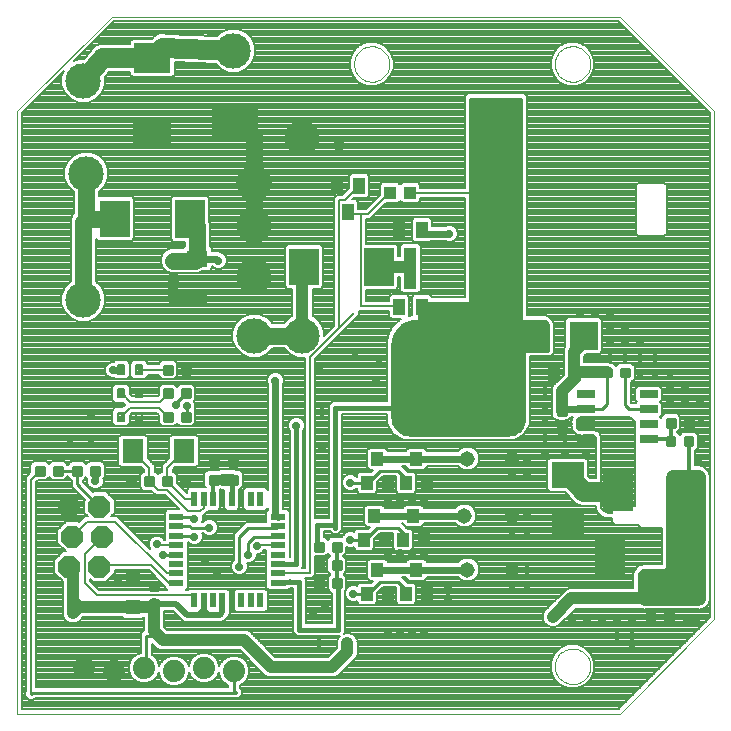
<source format=gtl>
G75*
%MOIN*%
%OFA0B0*%
%FSLAX24Y24*%
%IPPOS*%
%LPD*%
%AMOC8*
5,1,8,0,0,1.08239X$1,22.5*
%
%ADD10C,0.0000*%
%ADD11R,0.0600X0.0250*%
%ADD12C,0.0088*%
%ADD13R,0.1000X0.1200*%
%ADD14R,0.1000X0.1250*%
%ADD15C,0.0100*%
%ADD16R,0.0984X0.1260*%
%ADD17R,0.1080X0.0850*%
%ADD18R,0.0220X0.0500*%
%ADD19R,0.0500X0.0220*%
%ADD20OC8,0.0740*%
%ADD21C,0.1181*%
%ADD22R,0.1181X0.1181*%
%ADD23R,0.0945X0.0945*%
%ADD24C,0.0740*%
%ADD25R,0.0500X0.0500*%
%ADD26R,0.0400X0.0450*%
%ADD27C,0.0075*%
%ADD28R,0.0700X0.0800*%
%ADD29C,0.0515*%
%ADD30R,0.0394X0.0551*%
%ADD31R,0.0709X0.0551*%
%ADD32R,0.1200X0.1000*%
%ADD33R,0.1250X0.1000*%
%ADD34R,0.0394X0.0433*%
%ADD35C,0.0280*%
%ADD36C,0.0080*%
%ADD37C,0.0560*%
%ADD38C,0.0320*%
%ADD39C,0.0396*%
%ADD40C,0.0660*%
%ADD41C,0.0120*%
%ADD42C,0.0200*%
%ADD43C,0.0160*%
%ADD44C,0.0400*%
%ADD45C,0.0240*%
%ADD46C,0.0320*%
%ADD47C,0.0800*%
%ADD48C,0.0060*%
D10*
X000140Y000140D02*
X000140Y020219D01*
X003290Y023368D01*
X020219Y023368D01*
X023368Y020219D01*
X023368Y003290D01*
X020219Y000140D01*
X000140Y000140D01*
X018053Y001715D02*
X018055Y001763D01*
X018061Y001811D01*
X018071Y001858D01*
X018084Y001904D01*
X018102Y001949D01*
X018122Y001993D01*
X018147Y002035D01*
X018175Y002074D01*
X018205Y002111D01*
X018239Y002145D01*
X018276Y002177D01*
X018314Y002206D01*
X018355Y002231D01*
X018398Y002253D01*
X018443Y002271D01*
X018489Y002285D01*
X018536Y002296D01*
X018584Y002303D01*
X018632Y002306D01*
X018680Y002305D01*
X018728Y002300D01*
X018776Y002291D01*
X018822Y002279D01*
X018867Y002262D01*
X018911Y002242D01*
X018953Y002219D01*
X018993Y002192D01*
X019031Y002162D01*
X019066Y002129D01*
X019098Y002093D01*
X019128Y002055D01*
X019154Y002014D01*
X019176Y001971D01*
X019196Y001927D01*
X019211Y001882D01*
X019223Y001835D01*
X019231Y001787D01*
X019235Y001739D01*
X019235Y001691D01*
X019231Y001643D01*
X019223Y001595D01*
X019211Y001548D01*
X019196Y001503D01*
X019176Y001459D01*
X019154Y001416D01*
X019128Y001375D01*
X019098Y001337D01*
X019066Y001301D01*
X019031Y001268D01*
X018993Y001238D01*
X018953Y001211D01*
X018911Y001188D01*
X018867Y001168D01*
X018822Y001151D01*
X018776Y001139D01*
X018728Y001130D01*
X018680Y001125D01*
X018632Y001124D01*
X018584Y001127D01*
X018536Y001134D01*
X018489Y001145D01*
X018443Y001159D01*
X018398Y001177D01*
X018355Y001199D01*
X018314Y001224D01*
X018276Y001253D01*
X018239Y001285D01*
X018205Y001319D01*
X018175Y001356D01*
X018147Y001395D01*
X018122Y001437D01*
X018102Y001481D01*
X018084Y001526D01*
X018071Y001572D01*
X018061Y001619D01*
X018055Y001667D01*
X018053Y001715D01*
X018053Y021794D02*
X018055Y021842D01*
X018061Y021890D01*
X018071Y021937D01*
X018084Y021983D01*
X018102Y022028D01*
X018122Y022072D01*
X018147Y022114D01*
X018175Y022153D01*
X018205Y022190D01*
X018239Y022224D01*
X018276Y022256D01*
X018314Y022285D01*
X018355Y022310D01*
X018398Y022332D01*
X018443Y022350D01*
X018489Y022364D01*
X018536Y022375D01*
X018584Y022382D01*
X018632Y022385D01*
X018680Y022384D01*
X018728Y022379D01*
X018776Y022370D01*
X018822Y022358D01*
X018867Y022341D01*
X018911Y022321D01*
X018953Y022298D01*
X018993Y022271D01*
X019031Y022241D01*
X019066Y022208D01*
X019098Y022172D01*
X019128Y022134D01*
X019154Y022093D01*
X019176Y022050D01*
X019196Y022006D01*
X019211Y021961D01*
X019223Y021914D01*
X019231Y021866D01*
X019235Y021818D01*
X019235Y021770D01*
X019231Y021722D01*
X019223Y021674D01*
X019211Y021627D01*
X019196Y021582D01*
X019176Y021538D01*
X019154Y021495D01*
X019128Y021454D01*
X019098Y021416D01*
X019066Y021380D01*
X019031Y021347D01*
X018993Y021317D01*
X018953Y021290D01*
X018911Y021267D01*
X018867Y021247D01*
X018822Y021230D01*
X018776Y021218D01*
X018728Y021209D01*
X018680Y021204D01*
X018632Y021203D01*
X018584Y021206D01*
X018536Y021213D01*
X018489Y021224D01*
X018443Y021238D01*
X018398Y021256D01*
X018355Y021278D01*
X018314Y021303D01*
X018276Y021332D01*
X018239Y021364D01*
X018205Y021398D01*
X018175Y021435D01*
X018147Y021474D01*
X018122Y021516D01*
X018102Y021560D01*
X018084Y021605D01*
X018071Y021651D01*
X018061Y021698D01*
X018055Y021746D01*
X018053Y021794D01*
X011360Y021794D02*
X011362Y021842D01*
X011368Y021890D01*
X011378Y021937D01*
X011391Y021983D01*
X011409Y022028D01*
X011429Y022072D01*
X011454Y022114D01*
X011482Y022153D01*
X011512Y022190D01*
X011546Y022224D01*
X011583Y022256D01*
X011621Y022285D01*
X011662Y022310D01*
X011705Y022332D01*
X011750Y022350D01*
X011796Y022364D01*
X011843Y022375D01*
X011891Y022382D01*
X011939Y022385D01*
X011987Y022384D01*
X012035Y022379D01*
X012083Y022370D01*
X012129Y022358D01*
X012174Y022341D01*
X012218Y022321D01*
X012260Y022298D01*
X012300Y022271D01*
X012338Y022241D01*
X012373Y022208D01*
X012405Y022172D01*
X012435Y022134D01*
X012461Y022093D01*
X012483Y022050D01*
X012503Y022006D01*
X012518Y021961D01*
X012530Y021914D01*
X012538Y021866D01*
X012542Y021818D01*
X012542Y021770D01*
X012538Y021722D01*
X012530Y021674D01*
X012518Y021627D01*
X012503Y021582D01*
X012483Y021538D01*
X012461Y021495D01*
X012435Y021454D01*
X012405Y021416D01*
X012373Y021380D01*
X012338Y021347D01*
X012300Y021317D01*
X012260Y021290D01*
X012218Y021267D01*
X012174Y021247D01*
X012129Y021230D01*
X012083Y021218D01*
X012035Y021209D01*
X011987Y021204D01*
X011939Y021203D01*
X011891Y021206D01*
X011843Y021213D01*
X011796Y021224D01*
X011750Y021238D01*
X011705Y021256D01*
X011662Y021278D01*
X011621Y021303D01*
X011583Y021332D01*
X011546Y021364D01*
X011512Y021398D01*
X011482Y021435D01*
X011454Y021474D01*
X011429Y021516D01*
X011409Y021560D01*
X011391Y021605D01*
X011378Y021651D01*
X011368Y021698D01*
X011362Y021746D01*
X011360Y021794D01*
D11*
X019076Y010790D03*
X019076Y010290D03*
X019076Y009790D03*
X019076Y009290D03*
X021176Y009290D03*
X021176Y009790D03*
X021176Y010290D03*
X021176Y010790D03*
D12*
X020529Y011641D02*
X020267Y011641D01*
X020529Y011641D02*
X020529Y011379D01*
X020267Y011379D01*
X020267Y011641D01*
X020267Y011466D02*
X020529Y011466D01*
X020529Y011553D02*
X020267Y011553D01*
X020267Y011640D02*
X020529Y011640D01*
X019929Y011641D02*
X019667Y011641D01*
X019929Y011641D02*
X019929Y011379D01*
X019667Y011379D01*
X019667Y011641D01*
X019667Y011466D02*
X019929Y011466D01*
X019929Y011553D02*
X019667Y011553D01*
X019667Y011640D02*
X019929Y011640D01*
X018419Y010361D02*
X018419Y010099D01*
X018157Y010099D01*
X018157Y010361D01*
X018419Y010361D01*
X018419Y010186D02*
X018157Y010186D01*
X018157Y010273D02*
X018419Y010273D01*
X018419Y010360D02*
X018157Y010360D01*
X018419Y009761D02*
X018419Y009499D01*
X018157Y009499D01*
X018157Y009761D01*
X018419Y009761D01*
X018419Y009586D02*
X018157Y009586D01*
X018157Y009673D02*
X018419Y009673D01*
X018419Y009760D02*
X018157Y009760D01*
X021788Y009697D02*
X022050Y009697D01*
X021788Y009697D02*
X021788Y009959D01*
X022050Y009959D01*
X022050Y009697D01*
X022050Y009784D02*
X021788Y009784D01*
X021788Y009871D02*
X022050Y009871D01*
X022050Y009958D02*
X021788Y009958D01*
X022388Y009697D02*
X022650Y009697D01*
X022388Y009697D02*
X022388Y009959D01*
X022650Y009959D01*
X022650Y009697D01*
X022650Y009784D02*
X022388Y009784D01*
X022388Y009871D02*
X022650Y009871D01*
X022650Y009958D02*
X022388Y009958D01*
X022380Y009085D02*
X022642Y009085D01*
X022380Y009085D02*
X022380Y009347D01*
X022642Y009347D01*
X022642Y009085D01*
X022642Y009172D02*
X022380Y009172D01*
X022380Y009259D02*
X022642Y009259D01*
X022642Y009346D02*
X022380Y009346D01*
X022042Y009085D02*
X021780Y009085D01*
X021780Y009347D01*
X022042Y009347D01*
X022042Y009085D01*
X022042Y009172D02*
X021780Y009172D01*
X021780Y009259D02*
X022042Y009259D01*
X022042Y009346D02*
X021780Y009346D01*
X021986Y004110D02*
X021986Y003848D01*
X021724Y003848D01*
X021724Y004110D01*
X021986Y004110D01*
X021986Y003935D02*
X021724Y003935D01*
X021724Y004022D02*
X021986Y004022D01*
X021986Y004109D02*
X021724Y004109D01*
X021375Y004110D02*
X021375Y003848D01*
X021113Y003848D01*
X021113Y004110D01*
X021375Y004110D01*
X021375Y003935D02*
X021113Y003935D01*
X021113Y004022D02*
X021375Y004022D01*
X021375Y004109D02*
X021113Y004109D01*
X021375Y003510D02*
X021375Y003248D01*
X021113Y003248D01*
X021113Y003510D01*
X021375Y003510D01*
X021375Y003335D02*
X021113Y003335D01*
X021113Y003422D02*
X021375Y003422D01*
X021375Y003509D02*
X021113Y003509D01*
X021986Y003510D02*
X021986Y003248D01*
X021724Y003248D01*
X021724Y003510D01*
X021986Y003510D01*
X021986Y003335D02*
X021724Y003335D01*
X021724Y003422D02*
X021986Y003422D01*
X021986Y003509D02*
X021724Y003509D01*
X010925Y004358D02*
X010663Y004358D01*
X010663Y004620D01*
X010925Y004620D01*
X010925Y004358D01*
X010925Y004445D02*
X010663Y004445D01*
X010663Y004532D02*
X010925Y004532D01*
X010925Y004619D02*
X010663Y004619D01*
X010325Y004358D02*
X010063Y004358D01*
X010063Y004620D01*
X010325Y004620D01*
X010325Y004358D01*
X010325Y004445D02*
X010063Y004445D01*
X010063Y004532D02*
X010325Y004532D01*
X010325Y004619D02*
X010063Y004619D01*
X010059Y004959D02*
X010321Y004959D01*
X010059Y004959D02*
X010059Y005221D01*
X010321Y005221D01*
X010321Y004959D01*
X010321Y005046D02*
X010059Y005046D01*
X010059Y005133D02*
X010321Y005133D01*
X010321Y005220D02*
X010059Y005220D01*
X010050Y005827D02*
X010312Y005827D01*
X010312Y005565D01*
X010050Y005565D01*
X010050Y005827D01*
X010050Y005652D02*
X010312Y005652D01*
X010312Y005739D02*
X010050Y005739D01*
X010050Y005826D02*
X010312Y005826D01*
X010650Y005827D02*
X010912Y005827D01*
X010912Y005565D01*
X010650Y005565D01*
X010650Y005827D01*
X010650Y005652D02*
X010912Y005652D01*
X010912Y005739D02*
X010650Y005739D01*
X010650Y005826D02*
X010912Y005826D01*
X010921Y004959D02*
X010659Y004959D01*
X010659Y005221D01*
X010921Y005221D01*
X010921Y004959D01*
X010921Y005046D02*
X010659Y005046D01*
X010659Y005133D02*
X010921Y005133D01*
X010921Y005220D02*
X010659Y005220D01*
X007209Y007809D02*
X007209Y008071D01*
X007471Y008071D01*
X007471Y007809D01*
X007209Y007809D01*
X007209Y007896D02*
X007471Y007896D01*
X007471Y007983D02*
X007209Y007983D01*
X007209Y008070D02*
X007471Y008070D01*
X007209Y008409D02*
X007209Y008671D01*
X007471Y008671D01*
X007471Y008409D01*
X007209Y008409D01*
X007209Y008496D02*
X007471Y008496D01*
X007471Y008583D02*
X007209Y008583D01*
X007209Y008670D02*
X007471Y008670D01*
X006559Y008671D02*
X006559Y008409D01*
X006559Y008671D02*
X006821Y008671D01*
X006821Y008409D01*
X006559Y008409D01*
X006559Y008496D02*
X006821Y008496D01*
X006821Y008583D02*
X006559Y008583D01*
X006559Y008670D02*
X006821Y008670D01*
X006559Y008071D02*
X006559Y007809D01*
X006559Y008071D02*
X006821Y008071D01*
X006821Y007809D01*
X006559Y007809D01*
X006559Y007896D02*
X006821Y007896D01*
X006821Y007983D02*
X006559Y007983D01*
X006559Y008070D02*
X006821Y008070D01*
X005871Y007759D02*
X005609Y007759D01*
X005609Y008021D01*
X005871Y008021D01*
X005871Y007759D01*
X005871Y007846D02*
X005609Y007846D01*
X005609Y007933D02*
X005871Y007933D01*
X005871Y008020D02*
X005609Y008020D01*
X005271Y007759D02*
X005009Y007759D01*
X005009Y008021D01*
X005271Y008021D01*
X005271Y007759D01*
X005271Y007846D02*
X005009Y007846D01*
X005009Y007933D02*
X005271Y007933D01*
X005271Y008020D02*
X005009Y008020D01*
X004671Y008021D02*
X004409Y008021D01*
X004671Y008021D02*
X004671Y007759D01*
X004409Y007759D01*
X004409Y008021D01*
X004409Y007846D02*
X004671Y007846D01*
X004671Y007933D02*
X004409Y007933D01*
X004409Y008020D02*
X004671Y008020D01*
X004071Y008021D02*
X003809Y008021D01*
X004071Y008021D02*
X004071Y007759D01*
X003809Y007759D01*
X003809Y008021D01*
X003809Y007846D02*
X004071Y007846D01*
X004071Y007933D02*
X003809Y007933D01*
X003809Y008020D02*
X004071Y008020D01*
X002867Y008101D02*
X002605Y008101D01*
X002605Y008363D01*
X002867Y008363D01*
X002867Y008101D01*
X002867Y008188D02*
X002605Y008188D01*
X002605Y008275D02*
X002867Y008275D01*
X002867Y008362D02*
X002605Y008362D01*
X002267Y008101D02*
X002005Y008101D01*
X002005Y008363D01*
X002267Y008363D01*
X002267Y008101D01*
X002267Y008188D02*
X002005Y008188D01*
X002005Y008275D02*
X002267Y008275D01*
X002267Y008362D02*
X002005Y008362D01*
X001621Y008371D02*
X001359Y008371D01*
X001621Y008371D02*
X001621Y008109D01*
X001359Y008109D01*
X001359Y008371D01*
X001359Y008196D02*
X001621Y008196D01*
X001621Y008283D02*
X001359Y008283D01*
X001359Y008370D02*
X001621Y008370D01*
X001021Y008371D02*
X000759Y008371D01*
X001021Y008371D02*
X001021Y008109D01*
X000759Y008109D01*
X000759Y008371D01*
X000759Y008196D02*
X001021Y008196D01*
X001021Y008283D02*
X000759Y008283D01*
X000759Y008370D02*
X001021Y008370D01*
X005027Y010162D02*
X005289Y010162D01*
X005289Y009900D01*
X005027Y009900D01*
X005027Y010162D01*
X005027Y009987D02*
X005289Y009987D01*
X005289Y010074D02*
X005027Y010074D01*
X005027Y010161D02*
X005289Y010161D01*
X005627Y010162D02*
X005889Y010162D01*
X005889Y009900D01*
X005627Y009900D01*
X005627Y010162D01*
X005627Y009987D02*
X005889Y009987D01*
X005889Y010074D02*
X005627Y010074D01*
X005627Y010161D02*
X005889Y010161D01*
X005889Y010950D02*
X005627Y010950D01*
X005889Y010950D02*
X005889Y010688D01*
X005627Y010688D01*
X005627Y010950D01*
X005627Y010775D02*
X005889Y010775D01*
X005889Y010862D02*
X005627Y010862D01*
X005627Y010949D02*
X005889Y010949D01*
X005889Y011737D02*
X005627Y011737D01*
X005889Y011737D02*
X005889Y011475D01*
X005627Y011475D01*
X005627Y011737D01*
X005627Y011562D02*
X005889Y011562D01*
X005889Y011649D02*
X005627Y011649D01*
X005627Y011736D02*
X005889Y011736D01*
X005289Y011737D02*
X005027Y011737D01*
X005289Y011737D02*
X005289Y011475D01*
X005027Y011475D01*
X005027Y011737D01*
X005027Y011562D02*
X005289Y011562D01*
X005289Y011649D02*
X005027Y011649D01*
X005027Y011736D02*
X005289Y011736D01*
X005289Y010950D02*
X005027Y010950D01*
X005289Y010950D02*
X005289Y010688D01*
X005027Y010688D01*
X005027Y010950D01*
X005027Y010775D02*
X005289Y010775D01*
X005289Y010862D02*
X005027Y010862D01*
X005027Y010949D02*
X005289Y010949D01*
X005471Y014509D02*
X005471Y014771D01*
X005471Y014509D02*
X005209Y014509D01*
X005209Y014771D01*
X005471Y014771D01*
X005471Y014596D02*
X005209Y014596D01*
X005209Y014683D02*
X005471Y014683D01*
X005471Y014770D02*
X005209Y014770D01*
X005471Y015109D02*
X005471Y015371D01*
X005471Y015109D02*
X005209Y015109D01*
X005209Y015371D01*
X005471Y015371D01*
X005471Y015196D02*
X005209Y015196D01*
X005209Y015283D02*
X005471Y015283D01*
X005471Y015370D02*
X005209Y015370D01*
X004559Y004521D02*
X004559Y004259D01*
X004559Y004521D02*
X004821Y004521D01*
X004821Y004259D01*
X004559Y004259D01*
X004559Y004346D02*
X004821Y004346D01*
X004821Y004433D02*
X004559Y004433D01*
X004559Y004520D02*
X004821Y004520D01*
X004559Y003921D02*
X004559Y003659D01*
X004559Y003921D02*
X004821Y003921D01*
X004821Y003659D01*
X004559Y003659D01*
X004559Y003746D02*
X004821Y003746D01*
X004821Y003833D02*
X004559Y003833D01*
X004559Y003920D02*
X004821Y003920D01*
D13*
X009690Y015040D03*
X003390Y016640D03*
X022409Y005288D03*
D14*
X019909Y005288D03*
X012190Y015040D03*
X005890Y016640D03*
D15*
X005758Y010819D02*
X005440Y010501D01*
X005440Y010440D01*
X005790Y010390D02*
X005790Y010063D01*
X005758Y010031D01*
X007040Y007940D02*
X007340Y007940D01*
X007340Y007290D01*
X007289Y007290D01*
X007840Y006340D02*
X007540Y006040D01*
X007540Y005040D01*
X007840Y005440D02*
X007840Y005840D01*
X008040Y006040D01*
X008789Y006040D01*
X008821Y006072D01*
X008774Y006340D02*
X007840Y006340D01*
X008774Y006340D02*
X008821Y006387D01*
X009240Y004590D02*
X009147Y004497D01*
X009040Y004497D01*
X008821Y004497D01*
X011240Y005940D02*
X011690Y005940D01*
X011740Y005940D01*
X012140Y006340D01*
X012840Y006340D01*
X013040Y006140D01*
X013040Y005990D01*
X012990Y005940D01*
X012840Y004540D02*
X012240Y004540D01*
X011840Y004140D01*
X011790Y004140D01*
X011340Y004140D01*
X012840Y004540D02*
X013040Y004340D01*
X013040Y004190D01*
X013090Y004140D01*
X013090Y007840D02*
X013040Y007890D01*
X013040Y008040D01*
X012840Y008240D01*
X012240Y008240D01*
X011840Y007840D01*
X011790Y007840D01*
X011240Y007840D01*
X012848Y009576D02*
X012776Y009648D01*
X012718Y009732D01*
X012675Y009824D01*
X012649Y009922D01*
X012640Y010023D01*
X012640Y012434D01*
X012650Y012560D01*
X012679Y012683D01*
X012728Y012800D01*
X012794Y012908D01*
X012876Y013004D01*
X012972Y013086D01*
X013080Y013152D01*
X013197Y013201D01*
X013320Y013230D01*
X013446Y013240D01*
X015240Y013240D01*
X015240Y020640D01*
X016940Y020640D01*
X016940Y013240D01*
X017640Y013240D01*
X017685Y013235D01*
X017727Y013220D01*
X017765Y013196D01*
X017796Y013165D01*
X017820Y013127D01*
X017835Y013085D01*
X017840Y013040D01*
X017840Y012240D01*
X017040Y012240D01*
X017040Y009979D01*
X017032Y009885D01*
X017008Y009794D01*
X016968Y009709D01*
X016914Y009632D01*
X016848Y009566D01*
X016771Y009512D01*
X016686Y009472D01*
X016595Y009448D01*
X016501Y009440D01*
X013223Y009440D01*
X013122Y009449D01*
X013024Y009475D01*
X012932Y009518D01*
X012848Y009576D01*
X012829Y009596D02*
X016878Y009596D01*
X016958Y009695D02*
X012744Y009695D01*
X012689Y009793D02*
X017007Y009793D01*
X017032Y009892D02*
X012657Y009892D01*
X012643Y009990D02*
X017040Y009990D01*
X017040Y010089D02*
X012640Y010089D01*
X012640Y010187D02*
X017040Y010187D01*
X017040Y010286D02*
X012640Y010286D01*
X012640Y010384D02*
X017040Y010384D01*
X017040Y010483D02*
X012640Y010483D01*
X012640Y010581D02*
X017040Y010581D01*
X017040Y010680D02*
X012640Y010680D01*
X012640Y010778D02*
X017040Y010778D01*
X017040Y010877D02*
X012640Y010877D01*
X012640Y010975D02*
X017040Y010975D01*
X017040Y011074D02*
X012640Y011074D01*
X012640Y011172D02*
X017040Y011172D01*
X017040Y011271D02*
X012640Y011271D01*
X012640Y011369D02*
X017040Y011369D01*
X017040Y011468D02*
X012640Y011468D01*
X012640Y011566D02*
X017040Y011566D01*
X017040Y011665D02*
X012640Y011665D01*
X012640Y011763D02*
X017040Y011763D01*
X017040Y011862D02*
X012640Y011862D01*
X012640Y011960D02*
X017040Y011960D01*
X017040Y012059D02*
X012640Y012059D01*
X012640Y012157D02*
X017040Y012157D01*
X017840Y012256D02*
X012640Y012256D01*
X012640Y012354D02*
X017840Y012354D01*
X017840Y012453D02*
X012641Y012453D01*
X012649Y012551D02*
X017840Y012551D01*
X017840Y012650D02*
X012671Y012650D01*
X012706Y012748D02*
X017840Y012748D01*
X017840Y012847D02*
X012757Y012847D01*
X012826Y012945D02*
X017840Y012945D01*
X017840Y013044D02*
X012923Y013044D01*
X013064Y013142D02*
X017811Y013142D01*
X016940Y013241D02*
X015240Y013241D01*
X015240Y013339D02*
X016940Y013339D01*
X016940Y013438D02*
X015240Y013438D01*
X015240Y013536D02*
X016940Y013536D01*
X016940Y013635D02*
X015240Y013635D01*
X015240Y013733D02*
X016940Y013733D01*
X016940Y013832D02*
X015240Y013832D01*
X015240Y013930D02*
X016940Y013930D01*
X016940Y014029D02*
X015240Y014029D01*
X015240Y014127D02*
X016940Y014127D01*
X016940Y014226D02*
X015240Y014226D01*
X015240Y014324D02*
X016940Y014324D01*
X016940Y014423D02*
X015240Y014423D01*
X015240Y014521D02*
X016940Y014521D01*
X016940Y014620D02*
X015240Y014620D01*
X015240Y014718D02*
X016940Y014718D01*
X016940Y014817D02*
X015240Y014817D01*
X015240Y014915D02*
X016940Y014915D01*
X016940Y015014D02*
X015240Y015014D01*
X015240Y015112D02*
X016940Y015112D01*
X016940Y015211D02*
X015240Y015211D01*
X015240Y015309D02*
X016940Y015309D01*
X016940Y015408D02*
X015240Y015408D01*
X015240Y015506D02*
X016940Y015506D01*
X016940Y015605D02*
X015240Y015605D01*
X015240Y015703D02*
X016940Y015703D01*
X016940Y015802D02*
X015240Y015802D01*
X015240Y015900D02*
X016940Y015900D01*
X016940Y015999D02*
X015240Y015999D01*
X015240Y016097D02*
X016940Y016097D01*
X016940Y016196D02*
X015240Y016196D01*
X015240Y016294D02*
X016940Y016294D01*
X016940Y016393D02*
X015240Y016393D01*
X015240Y016491D02*
X016940Y016491D01*
X016940Y016590D02*
X015240Y016590D01*
X015240Y016688D02*
X016940Y016688D01*
X016940Y016787D02*
X015240Y016787D01*
X015240Y016885D02*
X016940Y016885D01*
X016940Y016984D02*
X015240Y016984D01*
X015240Y017082D02*
X016940Y017082D01*
X016940Y017181D02*
X015240Y017181D01*
X015240Y017279D02*
X016940Y017279D01*
X016940Y017378D02*
X015240Y017378D01*
X015240Y017476D02*
X016940Y017476D01*
X016940Y017575D02*
X015240Y017575D01*
X015240Y017673D02*
X016940Y017673D01*
X016940Y017772D02*
X015240Y017772D01*
X015240Y017870D02*
X016940Y017870D01*
X016940Y017969D02*
X015240Y017969D01*
X015240Y018067D02*
X016940Y018067D01*
X016940Y018166D02*
X015240Y018166D01*
X015240Y018264D02*
X016940Y018264D01*
X016940Y018363D02*
X015240Y018363D01*
X015240Y018461D02*
X016940Y018461D01*
X016940Y018560D02*
X015240Y018560D01*
X015240Y018658D02*
X016940Y018658D01*
X016940Y018757D02*
X015240Y018757D01*
X015240Y018855D02*
X016940Y018855D01*
X016940Y018954D02*
X015240Y018954D01*
X015240Y019052D02*
X016940Y019052D01*
X016940Y019151D02*
X015240Y019151D01*
X015240Y019249D02*
X016940Y019249D01*
X016940Y019348D02*
X015240Y019348D01*
X015240Y019446D02*
X016940Y019446D01*
X016940Y019545D02*
X015240Y019545D01*
X015240Y019643D02*
X016940Y019643D01*
X016940Y019742D02*
X015240Y019742D01*
X015240Y019840D02*
X016940Y019840D01*
X016940Y019939D02*
X015240Y019939D01*
X015240Y020037D02*
X016940Y020037D01*
X016940Y020136D02*
X015240Y020136D01*
X015240Y020234D02*
X016940Y020234D01*
X016940Y020333D02*
X015240Y020333D01*
X015240Y020431D02*
X016940Y020431D01*
X016940Y020530D02*
X015240Y020530D01*
X015240Y020628D02*
X016940Y020628D01*
X013614Y013707D02*
X013614Y013540D01*
X013840Y013540D01*
X013755Y010477D02*
X013755Y010340D01*
X012976Y009498D02*
X016739Y009498D01*
X017844Y011257D02*
X018144Y011257D01*
X017844Y011257D02*
X017844Y011707D01*
X018144Y011707D01*
X018144Y011257D01*
X018144Y011356D02*
X017844Y011356D01*
X017844Y011455D02*
X018144Y011455D01*
X018144Y011554D02*
X017844Y011554D01*
X017844Y011653D02*
X018144Y011653D01*
X018544Y011257D02*
X018844Y011257D01*
X018544Y011257D02*
X018544Y011707D01*
X018844Y011707D01*
X018844Y011257D01*
X018844Y011356D02*
X018544Y011356D01*
X018544Y011455D02*
X018844Y011455D01*
X018844Y011554D02*
X018544Y011554D01*
X018544Y011653D02*
X018844Y011653D01*
X019798Y011510D02*
X019798Y010448D01*
X019640Y010290D01*
X019076Y010290D01*
X019076Y010290D01*
X020398Y010432D02*
X020398Y011510D01*
X020398Y010432D02*
X020540Y010290D01*
X021175Y010290D01*
X021176Y010290D01*
X022819Y004129D02*
X022819Y003829D01*
X022369Y003829D01*
X022369Y004129D01*
X022819Y004129D01*
X022819Y003928D02*
X022369Y003928D01*
X022369Y004027D02*
X022819Y004027D01*
X022819Y004126D02*
X022369Y004126D01*
X022819Y003429D02*
X022819Y003129D01*
X022369Y003129D01*
X022369Y003429D01*
X022819Y003429D01*
X022819Y003228D02*
X022369Y003228D01*
X022369Y003327D02*
X022819Y003327D01*
X022819Y003426D02*
X022369Y003426D01*
X007365Y001564D02*
X007365Y000915D01*
X007440Y000840D01*
X000642Y000840D01*
X000590Y000788D01*
X004365Y001664D02*
X004440Y001664D01*
X004440Y002740D01*
X004690Y002740D01*
X004690Y002890D01*
X004990Y005440D02*
X004992Y005442D01*
X005441Y005442D01*
X005441Y006072D02*
X006008Y006072D01*
X006040Y006040D01*
X005940Y006340D02*
X006540Y006340D01*
X006040Y006640D02*
X005990Y006690D01*
X005454Y006690D01*
X005441Y006387D02*
X005893Y006387D01*
X005940Y006340D01*
X002875Y007042D02*
X002136Y007781D01*
X002136Y008232D01*
X002128Y008240D01*
X001490Y008240D01*
D16*
X020170Y007537D03*
X022414Y007537D03*
D17*
X018477Y008097D03*
X018477Y006357D03*
D18*
X008234Y007290D03*
X007919Y007290D03*
X007604Y007290D03*
X007289Y007290D03*
X006974Y007290D03*
X006659Y007290D03*
X006344Y007290D03*
X006029Y007290D03*
X006029Y003910D03*
X006344Y003910D03*
X006659Y003910D03*
X006974Y003910D03*
X007289Y003910D03*
X007604Y003910D03*
X007919Y003910D03*
X008234Y003910D03*
D19*
X008821Y004497D03*
X008821Y004812D03*
X008821Y005127D03*
X008821Y005442D03*
X008821Y005757D03*
X008821Y006072D03*
X008821Y006387D03*
X008821Y006702D03*
X005441Y006702D03*
X005441Y006387D03*
X005441Y006072D03*
X005441Y005757D03*
X005441Y005442D03*
X005441Y005127D03*
X005441Y004812D03*
X005441Y004497D03*
D20*
X002875Y005042D03*
X002975Y006042D03*
X001975Y006042D03*
X001875Y005042D03*
X001875Y007042D03*
X002875Y007042D03*
D21*
X008040Y012740D03*
X009640Y012740D03*
X008040Y014740D03*
X008023Y016377D03*
X008040Y017840D03*
X009640Y019340D03*
X007340Y022240D03*
X002440Y018140D03*
X002340Y021240D03*
X002340Y013940D03*
X013440Y012440D03*
X013755Y010477D03*
D22*
X015886Y019797D03*
X016280Y019797D03*
X007593Y019797D03*
X007199Y019797D03*
D23*
X017283Y012742D03*
X019015Y012742D03*
D24*
X007365Y001564D03*
X006365Y001664D03*
X005365Y001564D03*
X004365Y001664D03*
X003365Y001564D03*
X002365Y001664D03*
D25*
X003990Y003690D03*
X003990Y004690D03*
D26*
X011690Y005940D03*
X012390Y005940D03*
X012990Y005940D03*
X013690Y005940D03*
X013340Y006740D03*
X013090Y007840D03*
X012490Y007840D03*
X011790Y007840D03*
X012140Y008640D03*
X013440Y008640D03*
X013790Y007840D03*
X012040Y006740D03*
X012140Y004940D03*
X011790Y004140D03*
X012490Y004140D03*
X013090Y004140D03*
X013790Y004140D03*
X013440Y004940D03*
D27*
X004303Y009893D02*
X004077Y009893D01*
X004077Y010169D01*
X004303Y010169D01*
X004303Y009893D01*
X004303Y009967D02*
X004077Y009967D01*
X004077Y010041D02*
X004303Y010041D01*
X004303Y010115D02*
X004077Y010115D01*
X003703Y009893D02*
X003477Y009893D01*
X003477Y010169D01*
X003703Y010169D01*
X003703Y009893D01*
X003703Y009967D02*
X003477Y009967D01*
X003477Y010041D02*
X003703Y010041D01*
X003703Y010115D02*
X003477Y010115D01*
X003477Y010681D02*
X003703Y010681D01*
X003477Y010681D02*
X003477Y010957D01*
X003703Y010957D01*
X003703Y010681D01*
X003703Y010755D02*
X003477Y010755D01*
X003477Y010829D02*
X003703Y010829D01*
X003703Y010903D02*
X003477Y010903D01*
X003477Y011468D02*
X003703Y011468D01*
X003477Y011468D02*
X003477Y011744D01*
X003703Y011744D01*
X003703Y011468D01*
X003703Y011542D02*
X003477Y011542D01*
X003477Y011616D02*
X003703Y011616D01*
X003703Y011690D02*
X003477Y011690D01*
X004077Y011468D02*
X004303Y011468D01*
X004077Y011468D02*
X004077Y011744D01*
X004303Y011744D01*
X004303Y011468D01*
X004303Y011542D02*
X004077Y011542D01*
X004077Y011616D02*
X004303Y011616D01*
X004303Y011690D02*
X004077Y011690D01*
X004077Y010681D02*
X004303Y010681D01*
X004077Y010681D02*
X004077Y010957D01*
X004303Y010957D01*
X004303Y010681D01*
X004303Y010755D02*
X004077Y010755D01*
X004077Y010829D02*
X004303Y010829D01*
X004303Y010903D02*
X004077Y010903D01*
D28*
X003990Y008890D03*
X005690Y008890D03*
D29*
X015040Y006740D03*
X016640Y006740D03*
X016640Y004940D03*
X015140Y004940D03*
X015140Y008640D03*
X016640Y008640D03*
D30*
X013614Y013707D03*
X012866Y013707D03*
X013240Y014573D03*
X013240Y015407D03*
X012866Y016273D03*
X013614Y016273D03*
X011538Y017738D03*
X010790Y017738D03*
X011164Y016872D03*
D31*
X006140Y015309D03*
X006140Y013971D03*
D32*
X004640Y021990D03*
D33*
X004640Y019490D03*
D34*
X012561Y017502D03*
X013231Y017502D03*
D35*
X014540Y016140D03*
X015640Y012940D03*
X015640Y012540D03*
X015640Y012140D03*
X017740Y010890D03*
X017740Y010390D03*
X017740Y009840D03*
X017740Y009340D03*
X017740Y008790D03*
X017140Y008640D03*
X017140Y008140D03*
X016640Y008140D03*
X017140Y006740D03*
X017140Y006240D03*
X016640Y006240D03*
X017140Y004940D03*
X017140Y004440D03*
X016640Y004440D03*
X014490Y004390D03*
X014490Y003990D03*
X013690Y002790D03*
X013290Y002790D03*
X012890Y002790D03*
X012490Y002790D03*
X011340Y004140D03*
X010390Y003690D03*
X009990Y003490D03*
X010190Y002490D03*
X007540Y005040D03*
X007840Y005440D03*
X008140Y005740D03*
X006790Y004790D03*
X006390Y005190D03*
X006040Y006040D03*
X006540Y006340D03*
X006040Y006640D03*
X004790Y005790D03*
X004990Y005440D03*
X003490Y004640D03*
X002740Y007890D03*
X002590Y009290D03*
X001890Y009290D03*
X002590Y010090D03*
X003340Y011590D03*
X005440Y010440D03*
X005790Y010390D03*
X007040Y007940D03*
X009440Y009740D03*
X010290Y010190D03*
X010290Y008990D03*
X011240Y007840D03*
X012490Y007290D03*
X012890Y007290D03*
X013290Y007290D03*
X013690Y007290D03*
X013690Y005490D03*
X013290Y005490D03*
X012890Y005490D03*
X012490Y005490D03*
X011240Y005940D03*
X012090Y011190D03*
X012190Y011790D03*
X011390Y012190D03*
X010190Y011690D03*
X008740Y011240D03*
X006840Y015240D03*
X018390Y009340D03*
X018390Y008790D03*
X019090Y008790D03*
X020890Y011490D03*
X020890Y011990D03*
X020390Y011990D03*
X019890Y011990D03*
X019390Y011990D03*
X019890Y012490D03*
X019890Y012990D03*
X019890Y013490D03*
X019390Y013490D03*
X018890Y013490D03*
X020390Y012990D03*
X020390Y012490D03*
X020890Y012490D03*
X021390Y011990D03*
X021390Y011490D03*
X021890Y011490D03*
X021890Y010990D03*
X021890Y010490D03*
X022390Y010490D03*
X022390Y010990D03*
X022890Y010490D03*
X022940Y009840D03*
X022940Y009240D03*
X022840Y008640D03*
X021590Y004340D03*
X021090Y004340D03*
X020640Y003240D03*
X020640Y002740D03*
X020640Y002290D03*
X020140Y002740D03*
X020140Y003240D03*
X019640Y003240D03*
X019140Y003240D03*
X018640Y003240D03*
D36*
X018464Y003359D02*
X023228Y003359D01*
X023228Y003348D02*
X023228Y020161D01*
X020161Y023228D01*
X003348Y023228D01*
X002016Y021896D01*
X002195Y021971D01*
X002351Y021971D01*
X002585Y022240D01*
X002592Y022256D01*
X002646Y022310D01*
X002696Y022368D01*
X002712Y022376D01*
X002724Y022388D01*
X002795Y022418D01*
X002863Y022452D01*
X002881Y022453D01*
X002897Y022460D01*
X002973Y022460D01*
X003050Y022465D01*
X003066Y022460D01*
X003900Y022460D01*
X003900Y022548D01*
X003982Y022630D01*
X004611Y022630D01*
X004665Y022679D01*
X004724Y022738D01*
X004733Y022742D01*
X004741Y022749D01*
X004819Y022778D01*
X004897Y022810D01*
X004907Y022810D01*
X004917Y022814D01*
X005000Y022810D01*
X005083Y022810D01*
X005093Y022806D01*
X006800Y022733D01*
X006926Y022859D01*
X007195Y022971D01*
X007485Y022971D01*
X007754Y022859D01*
X007959Y022654D01*
X008071Y022385D01*
X008071Y022095D01*
X007959Y021826D01*
X007754Y021621D01*
X007485Y021509D01*
X007195Y021509D01*
X006926Y021621D01*
X006752Y021795D01*
X005380Y021853D01*
X005380Y021432D01*
X005298Y021350D01*
X003982Y021350D01*
X003900Y021432D01*
X003900Y021520D01*
X003205Y021520D01*
X003071Y021365D01*
X003071Y021095D01*
X002959Y020826D01*
X002754Y020621D01*
X002485Y020509D01*
X002195Y020509D01*
X001926Y020621D01*
X001721Y020826D01*
X001609Y021095D01*
X001609Y021385D01*
X001684Y021564D01*
X000280Y020161D01*
X000280Y000280D01*
X020161Y000280D01*
X023228Y003348D01*
X023228Y003437D02*
X018543Y003437D01*
X018621Y003516D02*
X023228Y003516D01*
X023228Y003594D02*
X018700Y003594D01*
X018744Y003639D02*
X020889Y003639D01*
X020891Y003635D01*
X020915Y003633D01*
X020935Y003620D01*
X020946Y003623D01*
X020949Y003620D01*
X020980Y003620D01*
X021020Y003606D01*
X021045Y003618D01*
X021106Y003611D01*
X021117Y003620D01*
X022763Y003620D01*
X022774Y003611D01*
X022835Y003618D01*
X022860Y003606D01*
X022900Y003620D01*
X022931Y003620D01*
X022934Y003623D01*
X022945Y003620D01*
X022965Y003633D01*
X022989Y003635D01*
X023002Y003653D01*
X023025Y003653D01*
X023041Y003669D01*
X023064Y003677D01*
X023073Y003697D01*
X023095Y003702D01*
X023108Y003722D01*
X023128Y003735D01*
X023133Y003757D01*
X023153Y003766D01*
X023161Y003789D01*
X023177Y003805D01*
X023177Y003828D01*
X023195Y003841D01*
X023197Y003865D01*
X023210Y003885D01*
X023207Y003896D01*
X023210Y003899D01*
X023210Y003930D01*
X023224Y003970D01*
X023212Y003995D01*
X023219Y004056D01*
X023210Y004067D01*
X023210Y007963D01*
X023219Y007974D01*
X023212Y008035D01*
X023224Y008060D01*
X023210Y008100D01*
X023210Y008131D01*
X023207Y008134D01*
X023210Y008145D01*
X023197Y008165D01*
X023195Y008189D01*
X023177Y008202D01*
X023177Y008225D01*
X023161Y008241D01*
X023153Y008264D01*
X023133Y008273D01*
X023128Y008295D01*
X023108Y008308D01*
X023095Y008328D01*
X023073Y008333D01*
X023064Y008353D01*
X023041Y008361D01*
X023025Y008377D01*
X023002Y008377D01*
X022989Y008395D01*
X022965Y008397D01*
X022945Y008410D01*
X022934Y008407D01*
X022931Y008410D01*
X022900Y008410D01*
X022860Y008424D01*
X022835Y008412D01*
X022774Y008419D01*
X022763Y008410D01*
X022711Y008410D01*
X022711Y008901D01*
X022718Y008901D01*
X022826Y009009D01*
X022826Y009424D01*
X022718Y009531D01*
X022304Y009531D01*
X022211Y009439D01*
X022131Y009518D01*
X022234Y009620D01*
X022234Y010035D01*
X022126Y010143D01*
X021711Y010143D01*
X021604Y010035D01*
X021604Y009985D01*
X021549Y010040D01*
X021616Y010107D01*
X021616Y010473D01*
X021549Y010540D01*
X021616Y010607D01*
X021616Y010973D01*
X021534Y011055D01*
X020818Y011055D01*
X020736Y010973D01*
X020588Y010973D01*
X020588Y010895D02*
X020736Y010895D01*
X020736Y010973D02*
X020736Y010607D01*
X020803Y010540D01*
X020743Y010480D01*
X020619Y010480D01*
X020588Y010510D01*
X020588Y011195D01*
X020606Y011195D01*
X020713Y011302D01*
X020713Y011717D01*
X020606Y011825D01*
X020191Y011825D01*
X020098Y011732D01*
X020006Y011825D01*
X019926Y011825D01*
X019866Y011850D01*
X019030Y011850D01*
X019030Y012049D01*
X019111Y012130D01*
X019545Y012130D01*
X019627Y012212D01*
X019627Y013273D01*
X019545Y013355D01*
X018484Y013355D01*
X018402Y013273D01*
X018402Y012383D01*
X018402Y012383D01*
X018350Y012258D01*
X018350Y011431D01*
X018000Y011081D01*
X017948Y010956D01*
X017948Y010162D01*
X017973Y010102D01*
X017973Y010022D01*
X018081Y009915D01*
X018160Y009915D01*
X018221Y009890D01*
X018356Y009890D01*
X018416Y009915D01*
X018496Y009915D01*
X018603Y010022D01*
X018603Y010030D01*
X018643Y010030D01*
X018643Y010012D01*
X018642Y010009D01*
X018640Y010006D01*
X018623Y009993D01*
X018621Y009976D01*
X018613Y009963D01*
X018617Y009946D01*
X018610Y009940D01*
X018610Y009918D01*
X018599Y009887D01*
X018609Y009867D01*
X018603Y009811D01*
X018610Y009802D01*
X018603Y009794D01*
X018609Y009738D01*
X018599Y009718D01*
X018610Y009687D01*
X018610Y009665D01*
X018617Y009659D01*
X018613Y009642D01*
X018621Y009629D01*
X018623Y009612D01*
X018640Y009599D01*
X018642Y009596D01*
X018643Y009593D01*
X018643Y009572D01*
X018654Y009560D01*
X017108Y009560D01*
X017107Y009558D02*
X017133Y009614D01*
X017169Y009665D01*
X017168Y009668D01*
X017171Y009669D01*
X017187Y009729D01*
X017213Y009785D01*
X017212Y009788D01*
X017214Y009790D01*
X017220Y009852D01*
X017236Y009912D01*
X017230Y009922D01*
X017230Y009970D01*
X017236Y010040D01*
X017230Y010048D01*
X017230Y012050D01*
X017919Y012050D01*
X018030Y012161D01*
X018030Y012974D01*
X018038Y012983D01*
X018030Y013051D01*
X018030Y013052D01*
X018040Y013073D01*
X018030Y013102D01*
X018030Y013119D01*
X018021Y013127D01*
X018019Y013145D01*
X018023Y013161D01*
X018016Y013172D01*
X018015Y013184D01*
X018002Y013194D01*
X017992Y013210D01*
X017986Y013227D01*
X017986Y013243D01*
X017978Y013252D01*
X017974Y013264D01*
X017959Y013271D01*
X017946Y013284D01*
X017936Y013300D01*
X017932Y013315D01*
X017922Y013322D01*
X017915Y013332D01*
X017900Y013336D01*
X017884Y013346D01*
X017871Y013359D01*
X017864Y013374D01*
X017852Y013378D01*
X017843Y013386D01*
X017827Y013386D01*
X017810Y013392D01*
X017794Y013402D01*
X017784Y013415D01*
X017772Y013416D01*
X017761Y013423D01*
X017745Y013419D01*
X017727Y013421D01*
X017719Y013430D01*
X017702Y013430D01*
X017673Y013440D01*
X017652Y013430D01*
X017651Y013430D01*
X017583Y013438D01*
X017574Y013430D01*
X017130Y013430D01*
X017130Y020719D01*
X017019Y020830D01*
X015161Y020830D01*
X015050Y020719D01*
X015050Y017672D01*
X013567Y017672D01*
X013567Y017777D01*
X013485Y017859D01*
X012976Y017859D01*
X012896Y017779D01*
X012816Y017859D01*
X012306Y017859D01*
X012224Y017777D01*
X012224Y017425D01*
X011762Y016964D01*
X011500Y016964D01*
X011500Y017206D01*
X011418Y017288D01*
X011308Y017288D01*
X011343Y017323D01*
X011792Y017323D01*
X011874Y017405D01*
X011874Y018072D01*
X011792Y018154D01*
X011283Y018154D01*
X011201Y018072D01*
X011201Y017662D01*
X010975Y017436D01*
X010778Y017436D01*
X010679Y017336D01*
X010679Y013045D01*
X010371Y012737D01*
X010371Y012885D01*
X010259Y013154D01*
X010054Y013359D01*
X009980Y013390D01*
X009980Y014300D01*
X010248Y014300D01*
X010330Y014382D01*
X010330Y015698D01*
X010248Y015780D01*
X009132Y015780D01*
X009050Y015698D01*
X009050Y014382D01*
X009132Y014300D01*
X009300Y014300D01*
X009300Y013390D01*
X009226Y013359D01*
X009027Y013160D01*
X008653Y013160D01*
X008454Y013359D01*
X008185Y013471D01*
X007895Y013471D01*
X007626Y013359D01*
X007421Y013154D01*
X007309Y012885D01*
X007309Y012595D01*
X007421Y012326D01*
X007626Y012121D01*
X007895Y012009D01*
X008185Y012009D01*
X008454Y012121D01*
X008653Y012320D01*
X009027Y012320D01*
X009226Y012121D01*
X009495Y012009D01*
X009734Y012009D01*
X009734Y004995D01*
X009619Y004995D01*
X009660Y005036D01*
X009660Y009564D01*
X009677Y009581D01*
X009720Y009684D01*
X009720Y009796D01*
X009677Y009899D01*
X009599Y009977D01*
X009496Y010020D01*
X009384Y010020D01*
X009281Y009977D01*
X009203Y009899D01*
X009160Y009796D01*
X009160Y009684D01*
X009203Y009581D01*
X009220Y009564D01*
X009220Y005347D01*
X009211Y005347D01*
X009211Y006870D01*
X009129Y006952D01*
X009000Y006952D01*
X009000Y011136D01*
X009020Y011184D01*
X009020Y011296D01*
X008977Y011399D01*
X008899Y011477D01*
X008796Y011520D01*
X008684Y011520D01*
X008581Y011477D01*
X008503Y011399D01*
X008460Y011296D01*
X008460Y011184D01*
X008480Y011136D01*
X008480Y007602D01*
X008402Y007680D01*
X007751Y007680D01*
X007669Y007598D01*
X007669Y006982D01*
X007751Y006900D01*
X008402Y006900D01*
X008480Y006978D01*
X008480Y006919D01*
X008431Y006870D01*
X008431Y006530D01*
X007761Y006530D01*
X007461Y006230D01*
X007350Y006119D01*
X007350Y005246D01*
X007303Y005199D01*
X007260Y005096D01*
X007260Y004984D01*
X007303Y004881D01*
X007381Y004803D01*
X007484Y004760D01*
X007596Y004760D01*
X007699Y004803D01*
X007777Y004881D01*
X007820Y004984D01*
X007820Y005096D01*
X007793Y005160D01*
X007896Y005160D01*
X007999Y005203D01*
X008077Y005281D01*
X008120Y005384D01*
X008120Y005460D01*
X008196Y005460D01*
X008299Y005503D01*
X008373Y005577D01*
X008431Y005577D01*
X008431Y004329D01*
X008513Y004247D01*
X009129Y004247D01*
X009189Y004307D01*
X009226Y004307D01*
X009239Y004320D01*
X009320Y004320D01*
X009320Y002849D01*
X009449Y002720D01*
X010889Y002720D01*
X010852Y002683D01*
X010800Y002558D01*
X010800Y002331D01*
X010499Y002030D01*
X008731Y002030D01*
X007978Y002783D01*
X007883Y002878D01*
X007758Y002930D01*
X005131Y002930D01*
X005030Y003031D01*
X005030Y003550D01*
X005341Y003550D01*
X005654Y003237D01*
X005742Y003200D01*
X006938Y003200D01*
X007026Y003237D01*
X007110Y003320D01*
X007177Y003388D01*
X007214Y003476D01*
X007214Y003592D01*
X007224Y003602D01*
X007224Y004218D01*
X007142Y004300D01*
X005861Y004300D01*
X005831Y004270D01*
X005772Y004270D01*
X005831Y004329D01*
X005831Y005853D01*
X005881Y005803D01*
X005984Y005760D01*
X006096Y005760D01*
X006199Y005803D01*
X006277Y005881D01*
X006320Y005984D01*
X006320Y006096D01*
X006298Y006150D01*
X006334Y006150D01*
X006381Y006103D01*
X006484Y006060D01*
X006596Y006060D01*
X006699Y006103D01*
X006777Y006181D01*
X006820Y006284D01*
X006820Y006396D01*
X006777Y006499D01*
X006699Y006577D01*
X008431Y006577D01*
X008431Y006656D02*
X006320Y006656D01*
X006320Y006696D02*
X006314Y006710D01*
X006315Y006710D01*
X006420Y006815D01*
X006504Y006900D01*
X006827Y006900D01*
X006909Y006982D01*
X006909Y007598D01*
X006896Y007611D01*
X006922Y007600D01*
X007041Y007600D01*
X007039Y007598D01*
X007039Y006982D01*
X007121Y006900D01*
X007457Y006900D01*
X007539Y006982D01*
X007539Y007598D01*
X007530Y007607D01*
X007530Y007625D01*
X007547Y007625D01*
X007655Y007733D01*
X007655Y008147D01*
X008480Y008147D01*
X008480Y008069D02*
X007655Y008069D01*
X007655Y008147D02*
X007547Y008255D01*
X007418Y008255D01*
X007358Y008280D01*
X006922Y008280D01*
X006862Y008255D01*
X006483Y008255D01*
X006375Y008147D01*
X005405Y008147D01*
X005455Y008097D02*
X005347Y008205D01*
X005320Y008205D01*
X005320Y008265D01*
X005405Y008350D01*
X006098Y008350D01*
X006180Y008432D01*
X006180Y009348D01*
X006098Y009430D01*
X005282Y009430D01*
X005200Y009348D01*
X005200Y008655D01*
X004960Y008415D01*
X004960Y008205D01*
X004933Y008205D01*
X004840Y008112D01*
X004747Y008205D01*
X004720Y008205D01*
X004720Y008415D01*
X004480Y008655D01*
X004480Y009348D01*
X004398Y009430D01*
X003582Y009430D01*
X003500Y009348D01*
X003500Y008432D01*
X003582Y008350D01*
X004275Y008350D01*
X004360Y008265D01*
X004360Y008205D01*
X004333Y008205D01*
X004225Y008097D01*
X004225Y007683D01*
X004333Y007575D01*
X004600Y007575D01*
X004765Y007410D01*
X005065Y007410D01*
X005523Y006952D01*
X005133Y006952D01*
X005051Y006870D01*
X005051Y005937D01*
X005032Y005937D01*
X005027Y005949D01*
X005051Y005949D01*
X005027Y005949D02*
X004949Y006027D01*
X004846Y006070D01*
X004734Y006070D01*
X004631Y006027D01*
X004553Y005949D01*
X004236Y005949D01*
X004314Y005871D02*
X004520Y005871D01*
X004510Y005846D02*
X004510Y005734D01*
X004552Y005632D01*
X003465Y006720D01*
X003274Y006720D01*
X003385Y006831D01*
X003385Y007254D01*
X003086Y007552D01*
X002663Y007552D01*
X002648Y007537D01*
X002326Y007860D01*
X002326Y007917D01*
X002343Y007917D01*
X002436Y008010D01*
X002472Y007974D01*
X002460Y007946D01*
X002460Y007834D01*
X002503Y007731D01*
X002581Y007653D01*
X002684Y007610D01*
X002796Y007610D01*
X002899Y007653D01*
X002977Y007731D01*
X003020Y007834D01*
X003020Y007946D01*
X003006Y007980D01*
X003051Y008025D01*
X003051Y008439D01*
X002943Y008547D01*
X002528Y008547D01*
X002436Y008454D01*
X002343Y008547D01*
X001928Y008547D01*
X001821Y008439D01*
X001821Y008430D01*
X001805Y008430D01*
X001805Y008447D01*
X001697Y008555D01*
X001283Y008555D01*
X001190Y008462D01*
X001097Y008555D01*
X000683Y008555D01*
X000575Y008447D01*
X000575Y008180D01*
X000515Y008120D01*
X000410Y008015D01*
X000410Y000877D01*
X000400Y000867D01*
X000400Y000710D01*
X000511Y000598D01*
X000669Y000598D01*
X000720Y000650D01*
X007519Y000650D01*
X007630Y000761D01*
X007630Y000919D01*
X007555Y000994D01*
X007555Y001090D01*
X007654Y001131D01*
X007798Y001275D01*
X007875Y001462D01*
X007875Y001665D01*
X007798Y001853D01*
X007654Y001996D01*
X007467Y002074D01*
X007264Y002074D01*
X007076Y001996D01*
X006933Y001853D01*
X006875Y001713D01*
X006875Y001765D01*
X006798Y001953D01*
X006654Y002096D01*
X006467Y002174D01*
X006264Y002174D01*
X006076Y002096D01*
X005933Y001953D01*
X005855Y001765D01*
X005855Y001713D01*
X005798Y001853D01*
X005654Y001996D01*
X005467Y002074D01*
X005264Y002074D01*
X005076Y001996D01*
X004933Y001853D01*
X004875Y001713D01*
X004875Y001765D01*
X004798Y001953D01*
X004654Y002096D01*
X004630Y002106D01*
X004630Y002469D01*
X004797Y002302D01*
X004922Y002250D01*
X007549Y002250D01*
X008302Y001497D01*
X008397Y001402D01*
X008522Y001350D01*
X010708Y001350D01*
X010833Y001402D01*
X010928Y001497D01*
X010928Y001497D01*
X011333Y001902D01*
X011428Y001997D01*
X011480Y002122D01*
X011480Y002558D01*
X011428Y002683D01*
X011333Y002778D01*
X011208Y002830D01*
X011072Y002830D01*
X011019Y002808D01*
X011060Y002849D01*
X011060Y004233D01*
X011086Y004259D01*
X011060Y004196D01*
X011060Y004084D01*
X011103Y003981D01*
X011181Y003903D01*
X011284Y003860D01*
X011396Y003860D01*
X011450Y003882D01*
X011450Y003857D01*
X011532Y003775D01*
X012048Y003775D01*
X012130Y003857D01*
X012130Y004161D01*
X012319Y004350D01*
X012750Y004350D01*
X012750Y003857D01*
X012832Y003775D01*
X013348Y003775D01*
X013430Y003857D01*
X013430Y004423D01*
X013348Y004505D01*
X013144Y004505D01*
X013119Y004530D01*
X012969Y004680D01*
X013100Y004680D01*
X013100Y004657D01*
X013182Y004575D01*
X013698Y004575D01*
X013780Y004657D01*
X013780Y004680D01*
X014838Y004680D01*
X014915Y004603D01*
X015061Y004543D01*
X015219Y004543D01*
X015365Y004603D01*
X015477Y004715D01*
X015537Y004861D01*
X015537Y005019D01*
X015477Y005165D01*
X015365Y005277D01*
X015219Y005337D01*
X015061Y005337D01*
X014915Y005277D01*
X014838Y005200D01*
X013780Y005200D01*
X013780Y005223D01*
X013698Y005305D01*
X013182Y005305D01*
X013100Y005223D01*
X013100Y005200D01*
X012480Y005200D01*
X012480Y005223D01*
X012398Y005305D01*
X011882Y005305D01*
X011800Y005223D01*
X011800Y004657D01*
X011882Y004575D01*
X012006Y004575D01*
X011936Y004505D01*
X011532Y004505D01*
X011450Y004423D01*
X011450Y004398D01*
X011396Y004420D01*
X011284Y004420D01*
X011181Y004377D01*
X011109Y004305D01*
X011109Y004696D01*
X011014Y004792D01*
X011105Y004883D01*
X011105Y005297D01*
X011005Y005398D01*
X011096Y005489D01*
X011096Y005697D01*
X011184Y005660D01*
X011296Y005660D01*
X011350Y005682D01*
X011350Y005657D01*
X011432Y005575D01*
X011948Y005575D01*
X012030Y005657D01*
X012030Y005961D01*
X012219Y006150D01*
X012650Y006150D01*
X012650Y005657D01*
X012732Y005575D01*
X013248Y005575D01*
X013330Y005657D01*
X013330Y006223D01*
X013248Y006305D01*
X013144Y006305D01*
X013119Y006330D01*
X012969Y006480D01*
X013000Y006480D01*
X013000Y006457D01*
X013082Y006375D01*
X013598Y006375D01*
X013680Y006457D01*
X013680Y006480D01*
X014738Y006480D01*
X014815Y006403D01*
X014961Y006343D01*
X015119Y006343D01*
X015265Y006403D01*
X015377Y006515D01*
X015437Y006661D01*
X015437Y006819D01*
X015377Y006965D01*
X015265Y007077D01*
X015119Y007137D01*
X014961Y007137D01*
X014815Y007077D01*
X014738Y007000D01*
X013680Y007000D01*
X013680Y007023D01*
X013598Y007105D01*
X013082Y007105D01*
X013000Y007023D01*
X013000Y007000D01*
X012380Y007000D01*
X012380Y007023D01*
X012298Y007105D01*
X011782Y007105D01*
X011700Y007023D01*
X011700Y006457D01*
X011782Y006375D01*
X011906Y006375D01*
X011836Y006305D01*
X011432Y006305D01*
X011350Y006223D01*
X011350Y006198D01*
X011296Y006220D01*
X011184Y006220D01*
X011081Y006177D01*
X011003Y006099D01*
X010966Y006011D01*
X010574Y006011D01*
X010481Y005919D01*
X010388Y006011D01*
X010360Y006011D01*
X010360Y006220D01*
X010549Y006220D01*
X010649Y006120D01*
X010831Y006120D01*
X010960Y006249D01*
X010960Y010120D01*
X012450Y010120D01*
X012450Y010092D01*
X012444Y010085D01*
X012450Y010015D01*
X012450Y009957D01*
X012445Y009949D01*
X012461Y009889D01*
X012466Y009827D01*
X012472Y009822D01*
X012470Y009815D01*
X012496Y009758D01*
X012512Y009698D01*
X012519Y009695D01*
X012517Y009687D01*
X012553Y009636D01*
X012579Y009580D01*
X012586Y009577D01*
X012586Y009570D01*
X012630Y009526D01*
X012666Y009475D01*
X012674Y009474D01*
X012675Y009466D01*
X012726Y009430D01*
X012770Y009386D01*
X012777Y009386D01*
X012780Y009379D01*
X012836Y009353D01*
X012887Y009317D01*
X012895Y009319D01*
X012898Y009312D01*
X012958Y009296D01*
X013015Y009270D01*
X013022Y009272D01*
X013027Y009266D01*
X013089Y009261D01*
X013149Y009245D01*
X013157Y009250D01*
X013215Y009250D01*
X013285Y009244D01*
X013292Y009250D01*
X016432Y009250D01*
X016440Y009244D01*
X016510Y009250D01*
X016558Y009250D01*
X016568Y009244D01*
X016628Y009260D01*
X016690Y009266D01*
X016692Y009268D01*
X016695Y009267D01*
X016751Y009293D01*
X016811Y009309D01*
X016812Y009312D01*
X016815Y009311D01*
X016866Y009347D01*
X016922Y009373D01*
X016923Y009376D01*
X016926Y009376D01*
X016970Y009420D01*
X017021Y009455D01*
X017022Y009458D01*
X017025Y009459D01*
X017060Y009510D01*
X017104Y009554D01*
X017104Y009557D01*
X017107Y009558D01*
X017150Y009639D02*
X018615Y009639D01*
X018599Y009717D02*
X017184Y009717D01*
X017215Y009796D02*
X018604Y009796D01*
X018606Y009874D02*
X017226Y009874D01*
X017230Y009953D02*
X018043Y009953D01*
X017973Y010031D02*
X017235Y010031D01*
X017230Y010110D02*
X017970Y010110D01*
X017948Y010188D02*
X017230Y010188D01*
X017230Y010267D02*
X017948Y010267D01*
X017948Y010345D02*
X017230Y010345D01*
X017230Y010424D02*
X017948Y010424D01*
X017948Y010502D02*
X017230Y010502D01*
X017230Y010581D02*
X017948Y010581D01*
X017948Y010659D02*
X017230Y010659D01*
X017230Y010738D02*
X017948Y010738D01*
X017948Y010816D02*
X017230Y010816D01*
X017230Y010895D02*
X017948Y010895D01*
X017955Y010973D02*
X017230Y010973D01*
X017230Y011052D02*
X017988Y011052D01*
X018049Y011130D02*
X017230Y011130D01*
X017230Y011209D02*
X018128Y011209D01*
X018206Y011287D02*
X017230Y011287D01*
X017230Y011366D02*
X018285Y011366D01*
X018350Y011444D02*
X017230Y011444D01*
X017230Y011523D02*
X018350Y011523D01*
X018350Y011601D02*
X017230Y011601D01*
X017230Y011680D02*
X018350Y011680D01*
X018350Y011758D02*
X017230Y011758D01*
X017230Y011837D02*
X018350Y011837D01*
X018350Y011915D02*
X017230Y011915D01*
X017230Y011994D02*
X018350Y011994D01*
X018350Y012072D02*
X017941Y012072D01*
X018019Y012151D02*
X018350Y012151D01*
X018350Y012229D02*
X018030Y012229D01*
X018030Y012308D02*
X018371Y012308D01*
X018402Y012386D02*
X018030Y012386D01*
X018030Y012465D02*
X018402Y012465D01*
X018402Y012543D02*
X018030Y012543D01*
X018030Y012622D02*
X018402Y012622D01*
X018402Y012700D02*
X018030Y012700D01*
X018030Y012779D02*
X018402Y012779D01*
X018402Y012857D02*
X018030Y012857D01*
X018030Y012936D02*
X018402Y012936D01*
X018402Y013014D02*
X018034Y013014D01*
X018033Y013093D02*
X018402Y013093D01*
X018402Y013171D02*
X018017Y013171D01*
X017980Y013250D02*
X018402Y013250D01*
X018458Y013328D02*
X017918Y013328D01*
X017791Y013407D02*
X023228Y013407D01*
X023228Y013485D02*
X017130Y013485D01*
X017130Y013564D02*
X023228Y013564D01*
X023228Y013642D02*
X017130Y013642D01*
X017130Y013721D02*
X023228Y013721D01*
X023228Y013799D02*
X017130Y013799D01*
X017130Y013878D02*
X023228Y013878D01*
X023228Y013956D02*
X017130Y013956D01*
X017130Y014035D02*
X023228Y014035D01*
X023228Y014113D02*
X017130Y014113D01*
X017130Y014192D02*
X023228Y014192D01*
X023228Y014270D02*
X017130Y014270D01*
X017130Y014349D02*
X023228Y014349D01*
X023228Y014427D02*
X017130Y014427D01*
X017130Y014506D02*
X023228Y014506D01*
X023228Y014584D02*
X017130Y014584D01*
X017130Y014663D02*
X023228Y014663D01*
X023228Y014741D02*
X017130Y014741D01*
X017130Y014820D02*
X023228Y014820D01*
X023228Y014898D02*
X017130Y014898D01*
X017130Y014977D02*
X023228Y014977D01*
X023228Y015055D02*
X017130Y015055D01*
X017130Y015134D02*
X023228Y015134D01*
X023228Y015212D02*
X017130Y015212D01*
X017130Y015291D02*
X023228Y015291D01*
X023228Y015369D02*
X017130Y015369D01*
X017130Y015448D02*
X023228Y015448D01*
X023228Y015526D02*
X017130Y015526D01*
X017130Y015605D02*
X023228Y015605D01*
X023228Y015683D02*
X017130Y015683D01*
X017130Y015762D02*
X023228Y015762D01*
X023228Y015840D02*
X017130Y015840D01*
X017130Y015919D02*
X023228Y015919D01*
X023228Y015997D02*
X017130Y015997D01*
X017130Y016076D02*
X020806Y016076D01*
X020832Y016050D02*
X021698Y016050D01*
X021780Y016132D01*
X021780Y017748D01*
X021698Y017830D01*
X020832Y017830D01*
X020750Y017748D01*
X020750Y016132D01*
X020832Y016050D01*
X020750Y016154D02*
X017130Y016154D01*
X017130Y016233D02*
X020750Y016233D01*
X020750Y016311D02*
X017130Y016311D01*
X017130Y016390D02*
X020750Y016390D01*
X020750Y016468D02*
X017130Y016468D01*
X017130Y016547D02*
X020750Y016547D01*
X020750Y016625D02*
X017130Y016625D01*
X017130Y016704D02*
X020750Y016704D01*
X020750Y016782D02*
X017130Y016782D01*
X017130Y016861D02*
X020750Y016861D01*
X020750Y016939D02*
X017130Y016939D01*
X017130Y017018D02*
X020750Y017018D01*
X020750Y017096D02*
X017130Y017096D01*
X017130Y017175D02*
X020750Y017175D01*
X020750Y017253D02*
X017130Y017253D01*
X017130Y017332D02*
X020750Y017332D01*
X020750Y017410D02*
X017130Y017410D01*
X017130Y017489D02*
X020750Y017489D01*
X020750Y017567D02*
X017130Y017567D01*
X017130Y017646D02*
X020750Y017646D01*
X020750Y017724D02*
X017130Y017724D01*
X017130Y017803D02*
X020805Y017803D01*
X021725Y017803D02*
X023228Y017803D01*
X023228Y017881D02*
X017130Y017881D01*
X017130Y017960D02*
X023228Y017960D01*
X023228Y018038D02*
X017130Y018038D01*
X017130Y018117D02*
X023228Y018117D01*
X023228Y018195D02*
X017130Y018195D01*
X017130Y018274D02*
X023228Y018274D01*
X023228Y018352D02*
X017130Y018352D01*
X017130Y018431D02*
X023228Y018431D01*
X023228Y018509D02*
X017130Y018509D01*
X017130Y018588D02*
X023228Y018588D01*
X023228Y018666D02*
X017130Y018666D01*
X017130Y018745D02*
X023228Y018745D01*
X023228Y018823D02*
X017130Y018823D01*
X017130Y018902D02*
X023228Y018902D01*
X023228Y018980D02*
X017130Y018980D01*
X017130Y019059D02*
X023228Y019059D01*
X023228Y019137D02*
X017130Y019137D01*
X017130Y019216D02*
X023228Y019216D01*
X023228Y019294D02*
X017130Y019294D01*
X017130Y019373D02*
X023228Y019373D01*
X023228Y019451D02*
X017130Y019451D01*
X017130Y019530D02*
X023228Y019530D01*
X023228Y019608D02*
X017130Y019608D01*
X017130Y019687D02*
X023228Y019687D01*
X023228Y019765D02*
X017130Y019765D01*
X017130Y019844D02*
X023228Y019844D01*
X023228Y019922D02*
X017130Y019922D01*
X017130Y020001D02*
X023228Y020001D01*
X023228Y020079D02*
X017130Y020079D01*
X017130Y020158D02*
X023228Y020158D01*
X023153Y020236D02*
X017130Y020236D01*
X017130Y020315D02*
X023075Y020315D01*
X022996Y020393D02*
X017130Y020393D01*
X017130Y020472D02*
X022918Y020472D01*
X022839Y020550D02*
X017130Y020550D01*
X017130Y020629D02*
X022761Y020629D01*
X022682Y020707D02*
X017130Y020707D01*
X017063Y020786D02*
X022604Y020786D01*
X022525Y020864D02*
X002975Y020864D01*
X003008Y020943D02*
X022447Y020943D01*
X022368Y021021D02*
X003040Y021021D01*
X003071Y021100D02*
X011717Y021100D01*
X011806Y021063D02*
X011537Y021174D01*
X011332Y021380D01*
X011220Y021648D01*
X011220Y021939D01*
X011332Y022207D01*
X011537Y022413D01*
X011806Y022524D01*
X012096Y022524D01*
X012365Y022413D01*
X012570Y022207D01*
X012682Y021939D01*
X012682Y021648D01*
X012570Y021380D01*
X012365Y021174D01*
X012096Y021063D01*
X011806Y021063D01*
X012185Y021100D02*
X018410Y021100D01*
X018499Y021063D02*
X018789Y021063D01*
X019058Y021174D01*
X019263Y021380D01*
X019374Y021648D01*
X019374Y021939D01*
X019263Y022207D01*
X019058Y022413D01*
X018789Y022524D01*
X018499Y022524D01*
X018230Y022413D01*
X018025Y022207D01*
X017913Y021939D01*
X017913Y021648D01*
X018025Y021380D01*
X018230Y021174D01*
X018499Y021063D01*
X018226Y021178D02*
X012369Y021178D01*
X012447Y021257D02*
X018148Y021257D01*
X018069Y021335D02*
X012526Y021335D01*
X012584Y021414D02*
X018011Y021414D01*
X017978Y021492D02*
X012617Y021492D01*
X012649Y021571D02*
X017946Y021571D01*
X017913Y021649D02*
X012682Y021649D01*
X012682Y021728D02*
X017913Y021728D01*
X017913Y021806D02*
X012682Y021806D01*
X012682Y021885D02*
X017913Y021885D01*
X017923Y021963D02*
X012672Y021963D01*
X012639Y022042D02*
X017956Y022042D01*
X017988Y022120D02*
X012607Y022120D01*
X012574Y022199D02*
X018021Y022199D01*
X018094Y022277D02*
X012501Y022277D01*
X012422Y022356D02*
X018173Y022356D01*
X018281Y022434D02*
X012314Y022434D01*
X012124Y022513D02*
X018471Y022513D01*
X018817Y022513D02*
X020877Y022513D01*
X020955Y022434D02*
X019007Y022434D01*
X019115Y022356D02*
X021034Y022356D01*
X021112Y022277D02*
X019194Y022277D01*
X019267Y022199D02*
X021191Y022199D01*
X021269Y022120D02*
X019299Y022120D01*
X019332Y022042D02*
X021348Y022042D01*
X021426Y021963D02*
X019364Y021963D01*
X019374Y021885D02*
X021505Y021885D01*
X021583Y021806D02*
X019374Y021806D01*
X019374Y021728D02*
X021662Y021728D01*
X021740Y021649D02*
X019374Y021649D01*
X019342Y021571D02*
X021819Y021571D01*
X021897Y021492D02*
X019310Y021492D01*
X019277Y021414D02*
X021976Y021414D01*
X022054Y021335D02*
X019219Y021335D01*
X019140Y021257D02*
X022133Y021257D01*
X022211Y021178D02*
X019062Y021178D01*
X018878Y021100D02*
X022290Y021100D01*
X020798Y022591D02*
X007985Y022591D01*
X008018Y022513D02*
X011778Y022513D01*
X011588Y022434D02*
X008050Y022434D01*
X008071Y022356D02*
X011480Y022356D01*
X011401Y022277D02*
X008071Y022277D01*
X008071Y022199D02*
X011328Y022199D01*
X011296Y022120D02*
X008071Y022120D01*
X008049Y022042D02*
X011263Y022042D01*
X011231Y021963D02*
X008016Y021963D01*
X007984Y021885D02*
X011220Y021885D01*
X011220Y021806D02*
X007939Y021806D01*
X007861Y021728D02*
X011220Y021728D01*
X011220Y021649D02*
X007782Y021649D01*
X007633Y021571D02*
X011253Y021571D01*
X011285Y021492D02*
X005380Y021492D01*
X005380Y021571D02*
X007047Y021571D01*
X006898Y021649D02*
X005380Y021649D01*
X005380Y021728D02*
X006819Y021728D01*
X006482Y021806D02*
X005380Y021806D01*
X005362Y021414D02*
X011318Y021414D01*
X011376Y021335D02*
X003071Y021335D01*
X003071Y021257D02*
X011455Y021257D01*
X011533Y021178D02*
X003071Y021178D01*
X003112Y021414D02*
X003918Y021414D01*
X003900Y021492D02*
X003180Y021492D01*
X002919Y020786D02*
X015117Y020786D01*
X015050Y020707D02*
X002840Y020707D01*
X002762Y020629D02*
X015050Y020629D01*
X015050Y020550D02*
X002583Y020550D01*
X002097Y020550D02*
X000669Y020550D01*
X000591Y020472D02*
X015050Y020472D01*
X015050Y020393D02*
X000512Y020393D01*
X000434Y020315D02*
X015050Y020315D01*
X015050Y020236D02*
X000355Y020236D01*
X000280Y020158D02*
X015050Y020158D01*
X015050Y020079D02*
X000280Y020079D01*
X000280Y020001D02*
X015050Y020001D01*
X015050Y019922D02*
X000280Y019922D01*
X000280Y019844D02*
X015050Y019844D01*
X015050Y019765D02*
X000280Y019765D01*
X000280Y019687D02*
X015050Y019687D01*
X015050Y019608D02*
X000280Y019608D01*
X000280Y019530D02*
X015050Y019530D01*
X015050Y019451D02*
X000280Y019451D01*
X000280Y019373D02*
X015050Y019373D01*
X015050Y019294D02*
X000280Y019294D01*
X000280Y019216D02*
X015050Y019216D01*
X015050Y019137D02*
X000280Y019137D01*
X000280Y019059D02*
X015050Y019059D01*
X015050Y018980D02*
X000280Y018980D01*
X000280Y018902D02*
X015050Y018902D01*
X015050Y018823D02*
X002700Y018823D01*
X002585Y018871D02*
X002295Y018871D01*
X002026Y018759D01*
X001821Y018554D01*
X001709Y018285D01*
X001709Y017995D01*
X001821Y017726D01*
X002020Y017527D01*
X002020Y016814D01*
X001984Y016778D01*
X001920Y016624D01*
X001920Y014553D01*
X001721Y014354D01*
X001609Y014085D01*
X001609Y013795D01*
X001721Y013526D01*
X001926Y013321D01*
X002195Y013209D01*
X002485Y013209D01*
X002754Y013321D01*
X002959Y013526D01*
X003071Y013795D01*
X003071Y014085D01*
X002959Y014354D01*
X002760Y014553D01*
X002760Y015972D01*
X002832Y015900D01*
X003948Y015900D01*
X004030Y015982D01*
X004030Y017298D01*
X003948Y017380D01*
X002860Y017380D01*
X002860Y017527D01*
X003059Y017726D01*
X003171Y017995D01*
X003171Y018285D01*
X003059Y018554D01*
X002854Y018759D01*
X002585Y018871D01*
X002180Y018823D02*
X000280Y018823D01*
X000280Y018745D02*
X002011Y018745D01*
X001933Y018666D02*
X000280Y018666D01*
X000280Y018588D02*
X001854Y018588D01*
X001802Y018509D02*
X000280Y018509D01*
X000280Y018431D02*
X001770Y018431D01*
X001737Y018352D02*
X000280Y018352D01*
X000280Y018274D02*
X001709Y018274D01*
X001709Y018195D02*
X000280Y018195D01*
X000280Y018117D02*
X001709Y018117D01*
X001709Y018038D02*
X000280Y018038D01*
X000280Y017960D02*
X001724Y017960D01*
X001757Y017881D02*
X000280Y017881D01*
X000280Y017803D02*
X001789Y017803D01*
X001823Y017724D02*
X000280Y017724D01*
X000280Y017646D02*
X001901Y017646D01*
X001980Y017567D02*
X000280Y017567D01*
X000280Y017489D02*
X002020Y017489D01*
X002020Y017410D02*
X000280Y017410D01*
X000280Y017332D02*
X002020Y017332D01*
X002020Y017253D02*
X000280Y017253D01*
X000280Y017175D02*
X002020Y017175D01*
X002020Y017096D02*
X000280Y017096D01*
X000280Y017018D02*
X002020Y017018D01*
X002020Y016939D02*
X000280Y016939D01*
X000280Y016861D02*
X002020Y016861D01*
X001988Y016782D02*
X000280Y016782D01*
X000280Y016704D02*
X001953Y016704D01*
X001921Y016625D02*
X000280Y016625D01*
X000280Y016547D02*
X001920Y016547D01*
X001920Y016468D02*
X000280Y016468D01*
X000280Y016390D02*
X001920Y016390D01*
X001920Y016311D02*
X000280Y016311D01*
X000280Y016233D02*
X001920Y016233D01*
X001920Y016154D02*
X000280Y016154D01*
X000280Y016076D02*
X001920Y016076D01*
X001920Y015997D02*
X000280Y015997D01*
X000280Y015919D02*
X001920Y015919D01*
X001920Y015840D02*
X000280Y015840D01*
X000280Y015762D02*
X001920Y015762D01*
X001920Y015683D02*
X000280Y015683D01*
X000280Y015605D02*
X001920Y015605D01*
X001920Y015526D02*
X000280Y015526D01*
X000280Y015448D02*
X001920Y015448D01*
X001920Y015369D02*
X000280Y015369D01*
X000280Y015291D02*
X001920Y015291D01*
X001920Y015212D02*
X000280Y015212D01*
X000280Y015134D02*
X001920Y015134D01*
X001920Y015055D02*
X000280Y015055D01*
X000280Y014977D02*
X001920Y014977D01*
X001920Y014898D02*
X000280Y014898D01*
X000280Y014820D02*
X001920Y014820D01*
X001920Y014741D02*
X000280Y014741D01*
X000280Y014663D02*
X001920Y014663D01*
X001920Y014584D02*
X000280Y014584D01*
X000280Y014506D02*
X001872Y014506D01*
X001794Y014427D02*
X000280Y014427D01*
X000280Y014349D02*
X001718Y014349D01*
X001686Y014270D02*
X000280Y014270D01*
X000280Y014192D02*
X001653Y014192D01*
X001621Y014113D02*
X000280Y014113D01*
X000280Y014035D02*
X001609Y014035D01*
X001609Y013956D02*
X000280Y013956D01*
X000280Y013878D02*
X001609Y013878D01*
X001609Y013799D02*
X000280Y013799D01*
X000280Y013721D02*
X001640Y013721D01*
X001673Y013642D02*
X000280Y013642D01*
X000280Y013564D02*
X001705Y013564D01*
X001762Y013485D02*
X000280Y013485D01*
X000280Y013407D02*
X001840Y013407D01*
X001919Y013328D02*
X000280Y013328D01*
X000280Y013250D02*
X002098Y013250D01*
X002582Y013250D02*
X007516Y013250D01*
X007595Y013328D02*
X002761Y013328D01*
X002840Y013407D02*
X007740Y013407D01*
X007438Y013171D02*
X000280Y013171D01*
X000280Y013093D02*
X007395Y013093D01*
X007363Y013014D02*
X000280Y013014D01*
X000280Y012936D02*
X007330Y012936D01*
X007309Y012857D02*
X000280Y012857D01*
X000280Y012779D02*
X007309Y012779D01*
X007309Y012700D02*
X000280Y012700D01*
X000280Y012622D02*
X007309Y012622D01*
X007331Y012543D02*
X000280Y012543D01*
X000280Y012465D02*
X007363Y012465D01*
X007396Y012386D02*
X000280Y012386D01*
X000280Y012308D02*
X007439Y012308D01*
X007518Y012229D02*
X000280Y012229D01*
X000280Y012151D02*
X007596Y012151D01*
X007744Y012072D02*
X000280Y012072D01*
X000280Y011994D02*
X009734Y011994D01*
X009734Y011915D02*
X005372Y011915D01*
X005365Y011921D02*
X004951Y011921D01*
X004843Y011814D01*
X004843Y011786D01*
X004480Y011786D01*
X004480Y011817D01*
X004376Y011921D01*
X004004Y011921D01*
X003900Y011817D01*
X003900Y011395D01*
X004004Y011291D01*
X004376Y011291D01*
X004480Y011395D01*
X004480Y011426D01*
X004843Y011426D01*
X004843Y011399D01*
X004951Y011291D01*
X005365Y011291D01*
X005473Y011399D01*
X005473Y011814D01*
X005365Y011921D01*
X005450Y011837D02*
X009734Y011837D01*
X009734Y011758D02*
X005473Y011758D01*
X005473Y011680D02*
X009734Y011680D01*
X009734Y011601D02*
X005473Y011601D01*
X005473Y011523D02*
X009734Y011523D01*
X009734Y011444D02*
X008932Y011444D01*
X008991Y011366D02*
X009734Y011366D01*
X009734Y011287D02*
X009020Y011287D01*
X009020Y011209D02*
X009734Y011209D01*
X009734Y011130D02*
X009000Y011130D01*
X009000Y011052D02*
X009734Y011052D01*
X009734Y010973D02*
X009000Y010973D01*
X009000Y010895D02*
X009734Y010895D01*
X009734Y010816D02*
X009000Y010816D01*
X009000Y010738D02*
X009734Y010738D01*
X009734Y010659D02*
X009000Y010659D01*
X009000Y010581D02*
X009734Y010581D01*
X009734Y010502D02*
X009000Y010502D01*
X009000Y010424D02*
X009734Y010424D01*
X009734Y010345D02*
X009000Y010345D01*
X009000Y010267D02*
X009734Y010267D01*
X009734Y010188D02*
X009000Y010188D01*
X009000Y010110D02*
X009734Y010110D01*
X009734Y010031D02*
X009000Y010031D01*
X009000Y009953D02*
X009257Y009953D01*
X009192Y009874D02*
X009000Y009874D01*
X009000Y009796D02*
X009160Y009796D01*
X009160Y009717D02*
X009000Y009717D01*
X009000Y009639D02*
X009179Y009639D01*
X009220Y009560D02*
X009000Y009560D01*
X009000Y009482D02*
X009220Y009482D01*
X009220Y009403D02*
X009000Y009403D01*
X009000Y009325D02*
X009220Y009325D01*
X009220Y009246D02*
X009000Y009246D01*
X009000Y009168D02*
X009220Y009168D01*
X009220Y009089D02*
X009000Y009089D01*
X009000Y009011D02*
X009220Y009011D01*
X009220Y008932D02*
X009000Y008932D01*
X009000Y008854D02*
X009220Y008854D01*
X009220Y008775D02*
X009000Y008775D01*
X009000Y008697D02*
X009220Y008697D01*
X009220Y008618D02*
X009000Y008618D01*
X009000Y008540D02*
X009220Y008540D01*
X009220Y008461D02*
X009000Y008461D01*
X009000Y008383D02*
X009220Y008383D01*
X009220Y008304D02*
X009000Y008304D01*
X009000Y008226D02*
X009220Y008226D01*
X009220Y008147D02*
X009000Y008147D01*
X009000Y008069D02*
X009220Y008069D01*
X009220Y007990D02*
X009000Y007990D01*
X009000Y007912D02*
X009220Y007912D01*
X009220Y007833D02*
X009000Y007833D01*
X009000Y007755D02*
X009220Y007755D01*
X009220Y007676D02*
X009000Y007676D01*
X009000Y007598D02*
X009220Y007598D01*
X009220Y007519D02*
X009000Y007519D01*
X009000Y007441D02*
X009220Y007441D01*
X009220Y007362D02*
X009000Y007362D01*
X009000Y007284D02*
X009220Y007284D01*
X009220Y007205D02*
X009000Y007205D01*
X009000Y007127D02*
X009220Y007127D01*
X009220Y007048D02*
X009000Y007048D01*
X009000Y006970D02*
X009220Y006970D01*
X009220Y006891D02*
X009191Y006891D01*
X009211Y006813D02*
X009220Y006813D01*
X009211Y006734D02*
X009220Y006734D01*
X009211Y006656D02*
X009220Y006656D01*
X009211Y006577D02*
X009220Y006577D01*
X009211Y006499D02*
X009220Y006499D01*
X009211Y006420D02*
X009220Y006420D01*
X009211Y006342D02*
X009220Y006342D01*
X009211Y006263D02*
X009220Y006263D01*
X009211Y006185D02*
X009220Y006185D01*
X009211Y006106D02*
X009220Y006106D01*
X009211Y006028D02*
X009220Y006028D01*
X009211Y005949D02*
X009220Y005949D01*
X009211Y005871D02*
X009220Y005871D01*
X009211Y005792D02*
X009220Y005792D01*
X009211Y005714D02*
X009220Y005714D01*
X009211Y005635D02*
X009220Y005635D01*
X009211Y005557D02*
X009220Y005557D01*
X009211Y005478D02*
X009220Y005478D01*
X009211Y005400D02*
X009220Y005400D01*
X009631Y005007D02*
X009734Y005007D01*
X009734Y005086D02*
X009660Y005086D01*
X009660Y005164D02*
X009734Y005164D01*
X009734Y005243D02*
X009660Y005243D01*
X009660Y005321D02*
X009734Y005321D01*
X009734Y005400D02*
X009660Y005400D01*
X009660Y005478D02*
X009734Y005478D01*
X009734Y005557D02*
X009660Y005557D01*
X009660Y005635D02*
X009734Y005635D01*
X009734Y005714D02*
X009660Y005714D01*
X009660Y005792D02*
X009734Y005792D01*
X009734Y005871D02*
X009660Y005871D01*
X009660Y005949D02*
X009734Y005949D01*
X009734Y006028D02*
X009660Y006028D01*
X009660Y006106D02*
X009734Y006106D01*
X009734Y006185D02*
X009660Y006185D01*
X009660Y006263D02*
X009734Y006263D01*
X009734Y006342D02*
X009660Y006342D01*
X009660Y006420D02*
X009734Y006420D01*
X009734Y006499D02*
X009660Y006499D01*
X009660Y006577D02*
X009734Y006577D01*
X009734Y006656D02*
X009660Y006656D01*
X009660Y006734D02*
X009734Y006734D01*
X009734Y006813D02*
X009660Y006813D01*
X009660Y006891D02*
X009734Y006891D01*
X009734Y006970D02*
X009660Y006970D01*
X009660Y007048D02*
X009734Y007048D01*
X009734Y007127D02*
X009660Y007127D01*
X009660Y007205D02*
X009734Y007205D01*
X009734Y007284D02*
X009660Y007284D01*
X009660Y007362D02*
X009734Y007362D01*
X009734Y007441D02*
X009660Y007441D01*
X009660Y007519D02*
X009734Y007519D01*
X009734Y007598D02*
X009660Y007598D01*
X009660Y007676D02*
X009734Y007676D01*
X009734Y007755D02*
X009660Y007755D01*
X009660Y007833D02*
X009734Y007833D01*
X009734Y007912D02*
X009660Y007912D01*
X009660Y007990D02*
X009734Y007990D01*
X009734Y008069D02*
X009660Y008069D01*
X009660Y008147D02*
X009734Y008147D01*
X009734Y008226D02*
X009660Y008226D01*
X009660Y008304D02*
X009734Y008304D01*
X009734Y008383D02*
X009660Y008383D01*
X009660Y008461D02*
X009734Y008461D01*
X009734Y008540D02*
X009660Y008540D01*
X009660Y008618D02*
X009734Y008618D01*
X009734Y008697D02*
X009660Y008697D01*
X009660Y008775D02*
X009734Y008775D01*
X009734Y008854D02*
X009660Y008854D01*
X009660Y008932D02*
X009734Y008932D01*
X009734Y009011D02*
X009660Y009011D01*
X009660Y009089D02*
X009734Y009089D01*
X009734Y009168D02*
X009660Y009168D01*
X009660Y009246D02*
X009734Y009246D01*
X009734Y009325D02*
X009660Y009325D01*
X009660Y009403D02*
X009734Y009403D01*
X009734Y009482D02*
X009660Y009482D01*
X009660Y009560D02*
X009734Y009560D01*
X009734Y009639D02*
X009701Y009639D01*
X009720Y009717D02*
X009734Y009717D01*
X009734Y009796D02*
X009720Y009796D01*
X009734Y009874D02*
X009688Y009874D01*
X009734Y009953D02*
X009623Y009953D01*
X010074Y009953D02*
X010520Y009953D01*
X010520Y010031D02*
X010074Y010031D01*
X010074Y010110D02*
X010520Y010110D01*
X010520Y010188D02*
X010074Y010188D01*
X010074Y010267D02*
X010520Y010267D01*
X010520Y010345D02*
X010074Y010345D01*
X010074Y010424D02*
X010520Y010424D01*
X010520Y010431D02*
X010520Y006660D01*
X010074Y006660D01*
X010074Y011959D01*
X010939Y012824D01*
X011038Y012924D01*
X011530Y013416D01*
X011530Y013553D01*
X012529Y013553D01*
X012529Y013373D01*
X012611Y013291D01*
X012932Y013291D01*
X012928Y013282D01*
X012926Y013280D01*
X012909Y013282D01*
X012860Y013240D01*
X012806Y013207D01*
X012802Y013190D01*
X012800Y013188D01*
X012783Y013187D01*
X012741Y013139D01*
X012693Y013097D01*
X012692Y013080D01*
X012690Y013078D01*
X012673Y013074D01*
X012640Y013020D01*
X012598Y012971D01*
X012600Y012954D01*
X012598Y012952D01*
X012582Y012945D01*
X012558Y012886D01*
X012525Y012832D01*
X012529Y012815D01*
X012528Y012813D01*
X012513Y012804D01*
X012498Y012742D01*
X012474Y012683D01*
X012480Y012667D01*
X012480Y012664D01*
X012467Y012653D01*
X012462Y012590D01*
X012447Y012528D01*
X012454Y012516D01*
X012450Y012512D01*
X012450Y012441D01*
X012444Y012370D01*
X012450Y012364D01*
X012450Y010560D01*
X010649Y010560D01*
X010520Y010431D01*
X010591Y010502D02*
X010074Y010502D01*
X010074Y010581D02*
X012450Y010581D01*
X012450Y010659D02*
X010074Y010659D01*
X010074Y010738D02*
X012450Y010738D01*
X012450Y010816D02*
X010074Y010816D01*
X010074Y010895D02*
X012450Y010895D01*
X012450Y010973D02*
X010074Y010973D01*
X010074Y011052D02*
X012450Y011052D01*
X012450Y011130D02*
X010074Y011130D01*
X010074Y011209D02*
X012450Y011209D01*
X012450Y011287D02*
X010074Y011287D01*
X010074Y011366D02*
X012450Y011366D01*
X012450Y011444D02*
X010074Y011444D01*
X010074Y011523D02*
X012450Y011523D01*
X012450Y011601D02*
X010074Y011601D01*
X010074Y011680D02*
X012450Y011680D01*
X012450Y011758D02*
X010074Y011758D01*
X010074Y011837D02*
X012450Y011837D01*
X012450Y011915D02*
X010074Y011915D01*
X010108Y011994D02*
X012450Y011994D01*
X012450Y012072D02*
X010186Y012072D01*
X010265Y012151D02*
X012450Y012151D01*
X012450Y012229D02*
X010343Y012229D01*
X010422Y012308D02*
X012450Y012308D01*
X012446Y012386D02*
X010500Y012386D01*
X010579Y012465D02*
X012450Y012465D01*
X012450Y012543D02*
X010657Y012543D01*
X010736Y012622D02*
X012464Y012622D01*
X012481Y012700D02*
X010814Y012700D01*
X010893Y012779D02*
X012507Y012779D01*
X012540Y012857D02*
X010971Y012857D01*
X011050Y012936D02*
X012578Y012936D01*
X012635Y013014D02*
X011128Y013014D01*
X011207Y013093D02*
X012693Y013093D01*
X012769Y013171D02*
X011285Y013171D01*
X011364Y013250D02*
X012871Y013250D01*
X012574Y013328D02*
X011442Y013328D01*
X011521Y013407D02*
X012529Y013407D01*
X012529Y013485D02*
X011530Y013485D01*
X011767Y013893D02*
X011767Y014275D01*
X012748Y014275D01*
X012830Y014357D01*
X012830Y014700D01*
X012900Y014700D01*
X012900Y014505D01*
X012903Y014498D01*
X012903Y014239D01*
X012985Y014157D01*
X013495Y014157D01*
X013577Y014239D01*
X013577Y014498D01*
X013580Y014505D01*
X013580Y015475D01*
X013577Y015482D01*
X013577Y015741D01*
X013495Y015823D01*
X012985Y015823D01*
X012903Y015741D01*
X012903Y015482D01*
X012900Y015475D01*
X012900Y015380D01*
X012830Y015380D01*
X012830Y015723D01*
X012748Y015805D01*
X011767Y015805D01*
X011767Y016624D01*
X011903Y016624D01*
X012003Y016723D01*
X012425Y017146D01*
X012816Y017146D01*
X012896Y017225D01*
X012976Y017146D01*
X013485Y017146D01*
X013567Y017228D01*
X013567Y017332D01*
X015050Y017332D01*
X015050Y014010D01*
X013951Y014010D01*
X013951Y014041D01*
X013869Y014123D01*
X013359Y014123D01*
X013277Y014041D01*
X013277Y013417D01*
X013227Y013413D01*
X013216Y013400D01*
X013213Y013400D01*
X013203Y013404D01*
X013203Y014041D01*
X013121Y014123D01*
X012611Y014123D01*
X012529Y014041D01*
X012529Y013893D01*
X011767Y013893D01*
X011767Y013956D02*
X012529Y013956D01*
X012529Y014035D02*
X011767Y014035D01*
X011767Y014113D02*
X012602Y014113D01*
X012822Y014349D02*
X012903Y014349D01*
X012903Y014427D02*
X012830Y014427D01*
X012830Y014506D02*
X012900Y014506D01*
X012900Y014584D02*
X012830Y014584D01*
X012830Y014663D02*
X012900Y014663D01*
X012903Y014270D02*
X011767Y014270D01*
X011767Y014192D02*
X012951Y014192D01*
X013130Y014113D02*
X013350Y014113D01*
X013277Y014035D02*
X013203Y014035D01*
X013203Y013956D02*
X013277Y013956D01*
X013277Y013878D02*
X013203Y013878D01*
X013203Y013799D02*
X013277Y013799D01*
X013277Y013721D02*
X013203Y013721D01*
X013203Y013642D02*
X013277Y013642D01*
X013277Y013564D02*
X013203Y013564D01*
X013203Y013485D02*
X013277Y013485D01*
X013221Y013407D02*
X013203Y013407D01*
X013951Y014035D02*
X015050Y014035D01*
X015050Y014113D02*
X013878Y014113D01*
X013577Y014270D02*
X015050Y014270D01*
X015050Y014192D02*
X013529Y014192D01*
X013577Y014349D02*
X015050Y014349D01*
X015050Y014427D02*
X013577Y014427D01*
X013580Y014506D02*
X015050Y014506D01*
X015050Y014584D02*
X013580Y014584D01*
X013580Y014663D02*
X015050Y014663D01*
X015050Y014741D02*
X013580Y014741D01*
X013580Y014820D02*
X015050Y014820D01*
X015050Y014898D02*
X013580Y014898D01*
X013580Y014977D02*
X015050Y014977D01*
X015050Y015055D02*
X013580Y015055D01*
X013580Y015134D02*
X015050Y015134D01*
X015050Y015212D02*
X013580Y015212D01*
X013580Y015291D02*
X015050Y015291D01*
X015050Y015369D02*
X013580Y015369D01*
X013580Y015448D02*
X015050Y015448D01*
X015050Y015526D02*
X013577Y015526D01*
X013577Y015605D02*
X015050Y015605D01*
X015050Y015683D02*
X013577Y015683D01*
X013556Y015762D02*
X015050Y015762D01*
X015050Y015840D02*
X011767Y015840D01*
X011767Y015919D02*
X013298Y015919D01*
X013277Y015939D02*
X013359Y015857D01*
X013869Y015857D01*
X013891Y015880D01*
X014436Y015880D01*
X014484Y015860D01*
X014596Y015860D01*
X014699Y015903D01*
X014777Y015981D01*
X014820Y016084D01*
X014820Y016196D01*
X014777Y016299D01*
X014699Y016377D01*
X014596Y016420D01*
X014484Y016420D01*
X014436Y016400D01*
X013951Y016400D01*
X013951Y016607D01*
X013869Y016689D01*
X013359Y016689D01*
X013277Y016607D01*
X013277Y015939D01*
X013277Y015997D02*
X011767Y015997D01*
X011767Y016076D02*
X013277Y016076D01*
X013277Y016154D02*
X011767Y016154D01*
X011767Y016233D02*
X013277Y016233D01*
X013277Y016311D02*
X011767Y016311D01*
X011767Y016390D02*
X013277Y016390D01*
X013277Y016468D02*
X011767Y016468D01*
X011767Y016547D02*
X013277Y016547D01*
X013296Y016625D02*
X011905Y016625D01*
X011983Y016704D02*
X015050Y016704D01*
X015050Y016782D02*
X012062Y016782D01*
X012140Y016861D02*
X015050Y016861D01*
X015050Y016939D02*
X012219Y016939D01*
X012297Y017018D02*
X015050Y017018D01*
X015050Y017096D02*
X012376Y017096D01*
X012131Y017332D02*
X011801Y017332D01*
X011874Y017410D02*
X012209Y017410D01*
X012224Y017489D02*
X011874Y017489D01*
X011874Y017567D02*
X012224Y017567D01*
X012224Y017646D02*
X011874Y017646D01*
X011874Y017724D02*
X012224Y017724D01*
X012250Y017803D02*
X011874Y017803D01*
X011874Y017881D02*
X015050Y017881D01*
X015050Y017803D02*
X013542Y017803D01*
X013567Y017724D02*
X015050Y017724D01*
X015050Y017960D02*
X011874Y017960D01*
X011874Y018038D02*
X015050Y018038D01*
X015050Y018117D02*
X011830Y018117D01*
X011245Y018117D02*
X003171Y018117D01*
X003171Y018195D02*
X015050Y018195D01*
X015050Y018274D02*
X003171Y018274D01*
X003143Y018352D02*
X015050Y018352D01*
X015050Y018431D02*
X003110Y018431D01*
X003078Y018509D02*
X015050Y018509D01*
X015050Y018588D02*
X003026Y018588D01*
X002947Y018666D02*
X015050Y018666D01*
X015050Y018745D02*
X002869Y018745D01*
X003171Y018038D02*
X011201Y018038D01*
X011201Y017960D02*
X003156Y017960D01*
X003123Y017881D02*
X011201Y017881D01*
X011201Y017803D02*
X003091Y017803D01*
X003057Y017724D02*
X011201Y017724D01*
X011185Y017646D02*
X002979Y017646D01*
X002900Y017567D02*
X011106Y017567D01*
X011028Y017489D02*
X002860Y017489D01*
X002860Y017410D02*
X010752Y017410D01*
X010679Y017332D02*
X006521Y017332D01*
X006530Y017323D02*
X006448Y017405D01*
X005332Y017405D01*
X005250Y017323D01*
X005250Y015957D01*
X005332Y015875D01*
X005720Y015875D01*
X005720Y015717D01*
X005663Y015660D01*
X005256Y015660D01*
X005102Y015596D01*
X004984Y015478D01*
X004920Y015324D01*
X004920Y015156D01*
X004984Y015002D01*
X005102Y014884D01*
X005256Y014820D01*
X006154Y014820D01*
X006309Y014884D01*
X006318Y014894D01*
X006552Y014894D01*
X006634Y014976D01*
X006634Y015049D01*
X006635Y015049D01*
X006681Y015003D01*
X006784Y014960D01*
X006896Y014960D01*
X006999Y015003D01*
X007077Y015081D01*
X007120Y015184D01*
X007120Y015296D01*
X007077Y015399D01*
X006999Y015477D01*
X006950Y015497D01*
X006918Y015530D01*
X006822Y015569D01*
X006634Y015569D01*
X006634Y015643D01*
X006560Y015717D01*
X006560Y016474D01*
X006530Y016546D01*
X006530Y017323D01*
X006530Y017253D02*
X010679Y017253D01*
X010679Y017175D02*
X006530Y017175D01*
X006530Y017096D02*
X010679Y017096D01*
X010679Y017018D02*
X006530Y017018D01*
X006530Y016939D02*
X010679Y016939D01*
X010679Y016861D02*
X006530Y016861D01*
X006530Y016782D02*
X010679Y016782D01*
X010679Y016704D02*
X006530Y016704D01*
X006530Y016625D02*
X010679Y016625D01*
X010679Y016547D02*
X006530Y016547D01*
X006560Y016468D02*
X010679Y016468D01*
X010679Y016390D02*
X006560Y016390D01*
X006560Y016311D02*
X010679Y016311D01*
X010679Y016233D02*
X006560Y016233D01*
X006560Y016154D02*
X010679Y016154D01*
X010679Y016076D02*
X006560Y016076D01*
X006560Y015997D02*
X010679Y015997D01*
X010679Y015919D02*
X006560Y015919D01*
X006560Y015840D02*
X010679Y015840D01*
X010679Y015762D02*
X010266Y015762D01*
X010330Y015683D02*
X010679Y015683D01*
X010679Y015605D02*
X010330Y015605D01*
X010330Y015526D02*
X010679Y015526D01*
X010679Y015448D02*
X010330Y015448D01*
X010330Y015369D02*
X010679Y015369D01*
X010679Y015291D02*
X010330Y015291D01*
X010330Y015212D02*
X010679Y015212D01*
X010679Y015134D02*
X010330Y015134D01*
X010330Y015055D02*
X010679Y015055D01*
X010679Y014977D02*
X010330Y014977D01*
X010330Y014898D02*
X010679Y014898D01*
X010679Y014820D02*
X010330Y014820D01*
X010330Y014741D02*
X010679Y014741D01*
X010679Y014663D02*
X010330Y014663D01*
X010330Y014584D02*
X010679Y014584D01*
X010679Y014506D02*
X010330Y014506D01*
X010330Y014427D02*
X010679Y014427D01*
X010679Y014349D02*
X010297Y014349D01*
X009980Y014270D02*
X010679Y014270D01*
X010679Y014192D02*
X009980Y014192D01*
X009980Y014113D02*
X010679Y014113D01*
X010679Y014035D02*
X009980Y014035D01*
X009980Y013956D02*
X010679Y013956D01*
X010679Y013878D02*
X009980Y013878D01*
X009980Y013799D02*
X010679Y013799D01*
X010679Y013721D02*
X009980Y013721D01*
X009980Y013642D02*
X010679Y013642D01*
X010679Y013564D02*
X009980Y013564D01*
X009980Y013485D02*
X010679Y013485D01*
X010679Y013407D02*
X009980Y013407D01*
X010085Y013328D02*
X010679Y013328D01*
X010679Y013250D02*
X010164Y013250D01*
X010242Y013171D02*
X010679Y013171D01*
X010679Y013093D02*
X010285Y013093D01*
X010317Y013014D02*
X010648Y013014D01*
X010569Y012936D02*
X010350Y012936D01*
X010371Y012857D02*
X010491Y012857D01*
X010412Y012779D02*
X010371Y012779D01*
X009300Y013407D02*
X008340Y013407D01*
X008485Y013328D02*
X009195Y013328D01*
X009116Y013250D02*
X008564Y013250D01*
X008642Y013171D02*
X009038Y013171D01*
X009300Y013485D02*
X002918Y013485D01*
X002975Y013564D02*
X009300Y013564D01*
X009300Y013642D02*
X003007Y013642D01*
X003040Y013721D02*
X009300Y013721D01*
X009300Y013799D02*
X003071Y013799D01*
X003071Y013878D02*
X009300Y013878D01*
X009300Y013956D02*
X003071Y013956D01*
X003071Y014035D02*
X009300Y014035D01*
X009300Y014113D02*
X003059Y014113D01*
X003027Y014192D02*
X009300Y014192D01*
X009300Y014270D02*
X002994Y014270D01*
X002962Y014349D02*
X009083Y014349D01*
X009050Y014427D02*
X002886Y014427D01*
X002808Y014506D02*
X009050Y014506D01*
X009050Y014584D02*
X002760Y014584D01*
X002760Y014663D02*
X009050Y014663D01*
X009050Y014741D02*
X002760Y014741D01*
X002760Y014820D02*
X009050Y014820D01*
X009050Y014898D02*
X006557Y014898D01*
X006634Y014977D02*
X006744Y014977D01*
X006936Y014977D02*
X009050Y014977D01*
X009050Y015055D02*
X007051Y015055D01*
X007099Y015134D02*
X009050Y015134D01*
X009050Y015212D02*
X007120Y015212D01*
X007120Y015291D02*
X009050Y015291D01*
X009050Y015369D02*
X007090Y015369D01*
X007028Y015448D02*
X009050Y015448D01*
X009050Y015526D02*
X006922Y015526D01*
X006634Y015605D02*
X009050Y015605D01*
X009050Y015683D02*
X006594Y015683D01*
X006560Y015762D02*
X009114Y015762D01*
X011500Y017018D02*
X011817Y017018D01*
X011895Y017096D02*
X011500Y017096D01*
X011500Y017175D02*
X011974Y017175D01*
X012052Y017253D02*
X011453Y017253D01*
X012845Y017175D02*
X012947Y017175D01*
X013514Y017175D02*
X015050Y017175D01*
X015050Y017253D02*
X013567Y017253D01*
X013567Y017332D02*
X015050Y017332D01*
X015050Y016625D02*
X013932Y016625D01*
X013951Y016547D02*
X015050Y016547D01*
X015050Y016468D02*
X013951Y016468D01*
X014669Y016390D02*
X015050Y016390D01*
X015050Y016311D02*
X014765Y016311D01*
X014805Y016233D02*
X015050Y016233D01*
X015050Y016154D02*
X014820Y016154D01*
X014816Y016076D02*
X015050Y016076D01*
X015050Y015997D02*
X014784Y015997D01*
X014715Y015919D02*
X015050Y015919D01*
X012924Y015762D02*
X012791Y015762D01*
X012830Y015683D02*
X012903Y015683D01*
X012903Y015605D02*
X012830Y015605D01*
X012830Y015526D02*
X012903Y015526D01*
X012900Y015448D02*
X012830Y015448D01*
X012872Y017803D02*
X012920Y017803D01*
X007944Y022670D02*
X020720Y022670D01*
X020641Y022748D02*
X007865Y022748D01*
X007787Y022827D02*
X020563Y022827D01*
X020484Y022905D02*
X007643Y022905D01*
X007037Y022905D02*
X003024Y022905D01*
X002946Y022827D02*
X006893Y022827D01*
X006815Y022748D02*
X006455Y022748D01*
X004739Y022748D02*
X002867Y022748D01*
X002789Y022670D02*
X004654Y022670D01*
X003943Y022591D02*
X002710Y022591D01*
X002632Y022513D02*
X003900Y022513D01*
X003260Y023141D02*
X020249Y023141D01*
X020327Y023062D02*
X003181Y023062D01*
X003103Y022984D02*
X020406Y022984D01*
X020170Y023219D02*
X003338Y023219D01*
X002827Y022434D02*
X002553Y022434D01*
X002475Y022356D02*
X002685Y022356D01*
X002612Y022277D02*
X002396Y022277D01*
X002318Y022199D02*
X002549Y022199D01*
X002481Y022120D02*
X002239Y022120D01*
X002161Y022042D02*
X002413Y022042D01*
X002177Y021963D02*
X002082Y021963D01*
X001654Y021492D02*
X001611Y021492D01*
X001621Y021414D02*
X001533Y021414D01*
X001609Y021335D02*
X001454Y021335D01*
X001376Y021257D02*
X001609Y021257D01*
X001609Y021178D02*
X001297Y021178D01*
X001219Y021100D02*
X001609Y021100D01*
X001640Y021021D02*
X001140Y021021D01*
X001062Y020943D02*
X001672Y020943D01*
X001705Y020864D02*
X000983Y020864D01*
X000905Y020786D02*
X001761Y020786D01*
X001840Y020707D02*
X000826Y020707D01*
X000748Y020629D02*
X001918Y020629D01*
X003996Y017332D02*
X005259Y017332D01*
X005250Y017253D02*
X004030Y017253D01*
X004030Y017175D02*
X005250Y017175D01*
X005250Y017096D02*
X004030Y017096D01*
X004030Y017018D02*
X005250Y017018D01*
X005250Y016939D02*
X004030Y016939D01*
X004030Y016861D02*
X005250Y016861D01*
X005250Y016782D02*
X004030Y016782D01*
X004030Y016704D02*
X005250Y016704D01*
X005250Y016625D02*
X004030Y016625D01*
X004030Y016547D02*
X005250Y016547D01*
X005250Y016468D02*
X004030Y016468D01*
X004030Y016390D02*
X005250Y016390D01*
X005250Y016311D02*
X004030Y016311D01*
X004030Y016233D02*
X005250Y016233D01*
X005250Y016154D02*
X004030Y016154D01*
X004030Y016076D02*
X005250Y016076D01*
X005250Y015997D02*
X004030Y015997D01*
X003967Y015919D02*
X005288Y015919D01*
X005123Y015605D02*
X002760Y015605D01*
X002760Y015683D02*
X005686Y015683D01*
X005720Y015762D02*
X002760Y015762D01*
X002760Y015840D02*
X005720Y015840D01*
X005032Y015526D02*
X002760Y015526D01*
X002760Y015448D02*
X004971Y015448D01*
X004939Y015369D02*
X002760Y015369D01*
X002760Y015291D02*
X004920Y015291D01*
X004920Y015212D02*
X002760Y015212D01*
X002760Y015134D02*
X004929Y015134D01*
X004962Y015055D02*
X002760Y015055D01*
X002760Y014977D02*
X005009Y014977D01*
X005088Y014898D02*
X002760Y014898D01*
X002760Y015919D02*
X002813Y015919D01*
X003404Y011921D02*
X003353Y011870D01*
X003284Y011870D01*
X003181Y011827D01*
X003103Y011749D01*
X003060Y011646D01*
X003060Y011534D01*
X003103Y011431D01*
X003181Y011353D01*
X003284Y011310D01*
X003385Y011310D01*
X003404Y011291D01*
X003776Y011291D01*
X003880Y011395D01*
X003880Y011817D01*
X003776Y011921D01*
X003404Y011921D01*
X003398Y011915D02*
X000280Y011915D01*
X000280Y011837D02*
X003204Y011837D01*
X003112Y011758D02*
X000280Y011758D01*
X000280Y011680D02*
X003074Y011680D01*
X003060Y011601D02*
X000280Y011601D01*
X000280Y011523D02*
X003065Y011523D01*
X003097Y011444D02*
X000280Y011444D01*
X000280Y011366D02*
X003168Y011366D01*
X003400Y011130D02*
X000280Y011130D01*
X000280Y011052D02*
X003322Y011052D01*
X003300Y011030D02*
X003300Y010608D01*
X003404Y010504D01*
X003672Y010504D01*
X003710Y010465D01*
X003735Y010440D01*
X003710Y010415D01*
X003642Y010346D01*
X003404Y010346D01*
X003300Y010242D01*
X003300Y009820D01*
X003404Y009716D01*
X003776Y009716D01*
X003880Y009820D01*
X003880Y010075D01*
X003965Y010160D01*
X004775Y010160D01*
X004843Y010092D01*
X004843Y009824D01*
X004951Y009716D01*
X005365Y009716D01*
X005458Y009809D01*
X005551Y009716D01*
X005965Y009716D01*
X006073Y009824D01*
X006073Y010239D01*
X006043Y010269D01*
X006070Y010334D01*
X006070Y010446D01*
X006027Y010549D01*
X006019Y010557D01*
X006073Y010611D01*
X006073Y011026D01*
X005965Y011134D01*
X005551Y011134D01*
X005458Y011041D01*
X005365Y011134D01*
X004951Y011134D01*
X004843Y011026D01*
X004843Y010758D01*
X004805Y010720D01*
X003965Y010720D01*
X003880Y010805D01*
X003880Y011030D01*
X003776Y011134D01*
X003404Y011134D01*
X003300Y011030D01*
X003300Y010973D02*
X000280Y010973D01*
X000280Y010895D02*
X003300Y010895D01*
X003300Y010816D02*
X000280Y010816D01*
X000280Y010738D02*
X003300Y010738D01*
X003300Y010659D02*
X000280Y010659D01*
X000280Y010581D02*
X003327Y010581D01*
X003403Y010345D02*
X000280Y010345D01*
X000280Y010267D02*
X003324Y010267D01*
X003300Y010188D02*
X000280Y010188D01*
X000280Y010110D02*
X003300Y010110D01*
X003300Y010031D02*
X000280Y010031D01*
X000280Y009953D02*
X003300Y009953D01*
X003300Y009874D02*
X000280Y009874D01*
X000280Y009796D02*
X003325Y009796D01*
X003403Y009717D02*
X000280Y009717D01*
X000280Y009639D02*
X008480Y009639D01*
X008480Y009717D02*
X005966Y009717D01*
X006045Y009796D02*
X008480Y009796D01*
X008480Y009874D02*
X006073Y009874D01*
X006073Y009953D02*
X008480Y009953D01*
X008480Y010031D02*
X006073Y010031D01*
X006073Y010110D02*
X008480Y010110D01*
X008480Y010188D02*
X006073Y010188D01*
X006045Y010267D02*
X008480Y010267D01*
X008480Y010345D02*
X006070Y010345D01*
X006070Y010424D02*
X008480Y010424D01*
X008480Y010502D02*
X006047Y010502D01*
X006042Y010581D02*
X008480Y010581D01*
X008480Y010659D02*
X006073Y010659D01*
X006073Y010738D02*
X008480Y010738D01*
X008480Y010816D02*
X006073Y010816D01*
X006073Y010895D02*
X008480Y010895D01*
X008480Y010973D02*
X006073Y010973D01*
X006048Y011052D02*
X008480Y011052D01*
X008480Y011130D02*
X005969Y011130D01*
X005740Y010837D02*
X005758Y010819D01*
X005469Y011052D02*
X005448Y011052D01*
X005369Y011130D02*
X005547Y011130D01*
X005440Y011366D02*
X008489Y011366D01*
X008460Y011287D02*
X000280Y011287D01*
X000280Y011209D02*
X008460Y011209D01*
X008548Y011444D02*
X005473Y011444D01*
X005158Y011606D02*
X004190Y011606D01*
X003900Y011601D02*
X003880Y011601D01*
X003880Y011523D02*
X003900Y011523D01*
X003900Y011444D02*
X003880Y011444D01*
X003850Y011366D02*
X003930Y011366D01*
X003780Y011130D02*
X004947Y011130D01*
X004869Y011052D02*
X003858Y011052D01*
X003880Y010973D02*
X004843Y010973D01*
X004843Y010895D02*
X003880Y010895D01*
X003880Y010816D02*
X004843Y010816D01*
X004822Y010738D02*
X003947Y010738D01*
X003890Y010540D02*
X004879Y010540D01*
X005158Y010819D01*
X004849Y010340D02*
X005158Y010031D01*
X004843Y010031D02*
X003880Y010031D01*
X003880Y009953D02*
X004843Y009953D01*
X004843Y009874D02*
X003880Y009874D01*
X003855Y009796D02*
X004872Y009796D01*
X004950Y009717D02*
X003777Y009717D01*
X003590Y010031D02*
X003590Y010040D01*
X003890Y010340D01*
X004849Y010340D01*
X004825Y010110D02*
X003914Y010110D01*
X003719Y010424D02*
X000280Y010424D01*
X000280Y010502D02*
X003673Y010502D01*
X003890Y010540D02*
X003611Y010819D01*
X003590Y010819D01*
X004450Y011366D02*
X004876Y011366D01*
X004866Y011837D02*
X004461Y011837D01*
X004382Y011915D02*
X004945Y011915D01*
X003998Y011915D02*
X003782Y011915D01*
X003861Y011837D02*
X003919Y011837D01*
X003900Y011758D02*
X003880Y011758D01*
X003880Y011680D02*
X003900Y011680D01*
X005445Y009796D02*
X005472Y009796D01*
X005550Y009717D02*
X005366Y009717D01*
X005255Y009403D02*
X004425Y009403D01*
X004480Y009325D02*
X005200Y009325D01*
X005200Y009246D02*
X004480Y009246D01*
X004480Y009168D02*
X005200Y009168D01*
X005200Y009089D02*
X004480Y009089D01*
X004480Y009011D02*
X005200Y009011D01*
X005200Y008932D02*
X004480Y008932D01*
X004480Y008854D02*
X005200Y008854D01*
X005200Y008775D02*
X004480Y008775D01*
X004480Y008697D02*
X005200Y008697D01*
X005163Y008618D02*
X004517Y008618D01*
X004595Y008540D02*
X005085Y008540D01*
X005006Y008461D02*
X004674Y008461D01*
X004720Y008383D02*
X004960Y008383D01*
X004960Y008304D02*
X004720Y008304D01*
X004720Y008226D02*
X004960Y008226D01*
X004875Y008147D02*
X004805Y008147D01*
X004540Y008340D02*
X004540Y007890D01*
X004840Y007590D01*
X005140Y007590D01*
X005840Y006890D01*
X006240Y006890D01*
X006344Y006994D01*
X006344Y007290D01*
X006029Y007290D02*
X005740Y007290D01*
X005140Y007890D01*
X005140Y008340D01*
X005690Y008890D01*
X006180Y008854D02*
X008480Y008854D01*
X008480Y008932D02*
X006180Y008932D01*
X006180Y009011D02*
X008480Y009011D01*
X008480Y009089D02*
X006180Y009089D01*
X006180Y009168D02*
X008480Y009168D01*
X008480Y009246D02*
X006180Y009246D01*
X006180Y009325D02*
X008480Y009325D01*
X008480Y009403D02*
X006125Y009403D01*
X006180Y008775D02*
X008480Y008775D01*
X008480Y008697D02*
X006180Y008697D01*
X006180Y008618D02*
X008480Y008618D01*
X008480Y008540D02*
X006180Y008540D01*
X006180Y008461D02*
X008480Y008461D01*
X008480Y008383D02*
X006131Y008383D01*
X006375Y008147D02*
X006375Y007733D01*
X006428Y007680D01*
X005861Y007680D01*
X005779Y007598D01*
X005779Y007506D01*
X005455Y007830D01*
X005455Y008097D01*
X005455Y008069D02*
X006375Y008069D01*
X006375Y007990D02*
X005455Y007990D01*
X005455Y007912D02*
X006375Y007912D01*
X006375Y007833D02*
X005455Y007833D01*
X005530Y007755D02*
X006375Y007755D01*
X006453Y008226D02*
X005320Y008226D01*
X005359Y008304D02*
X008480Y008304D01*
X008480Y008226D02*
X007577Y008226D01*
X007655Y007990D02*
X008480Y007990D01*
X008480Y007912D02*
X007655Y007912D01*
X007655Y007833D02*
X008480Y007833D01*
X008480Y007755D02*
X007655Y007755D01*
X007598Y007676D02*
X007747Y007676D01*
X007669Y007598D02*
X007539Y007598D01*
X007539Y007519D02*
X007669Y007519D01*
X007669Y007441D02*
X007539Y007441D01*
X007539Y007362D02*
X007669Y007362D01*
X007669Y007284D02*
X007539Y007284D01*
X007539Y007205D02*
X007669Y007205D01*
X007669Y007127D02*
X007539Y007127D01*
X007539Y007048D02*
X007669Y007048D01*
X007681Y006970D02*
X007526Y006970D01*
X007051Y006970D02*
X006897Y006970D01*
X006909Y007048D02*
X007039Y007048D01*
X007039Y007127D02*
X006909Y007127D01*
X006909Y007205D02*
X007039Y007205D01*
X007039Y007284D02*
X006909Y007284D01*
X006909Y007362D02*
X007039Y007362D01*
X007039Y007441D02*
X006909Y007441D01*
X006909Y007519D02*
X007039Y007519D01*
X007039Y007598D02*
X006909Y007598D01*
X006496Y006891D02*
X008452Y006891D01*
X008471Y006970D02*
X008480Y006970D01*
X008431Y006813D02*
X006417Y006813D01*
X006339Y006734D02*
X008431Y006734D01*
X007730Y006499D02*
X006777Y006499D01*
X006810Y006420D02*
X007651Y006420D01*
X007573Y006342D02*
X006820Y006342D01*
X006811Y006263D02*
X007494Y006263D01*
X007416Y006185D02*
X006779Y006185D01*
X006702Y006106D02*
X007350Y006106D01*
X007350Y006028D02*
X006320Y006028D01*
X006316Y006106D02*
X006378Y006106D01*
X006305Y005949D02*
X007350Y005949D01*
X007350Y005871D02*
X006266Y005871D01*
X006173Y005792D02*
X007350Y005792D01*
X007350Y005714D02*
X005831Y005714D01*
X005831Y005792D02*
X005907Y005792D01*
X005831Y005635D02*
X007350Y005635D01*
X007350Y005557D02*
X005831Y005557D01*
X005831Y005478D02*
X007350Y005478D01*
X007350Y005400D02*
X005831Y005400D01*
X005831Y005321D02*
X007350Y005321D01*
X007347Y005243D02*
X005831Y005243D01*
X005831Y005164D02*
X007288Y005164D01*
X007260Y005086D02*
X005831Y005086D01*
X005831Y005007D02*
X007260Y005007D01*
X007283Y004929D02*
X005831Y004929D01*
X005831Y004850D02*
X007334Y004850D01*
X007457Y004772D02*
X005831Y004772D01*
X005831Y004693D02*
X008431Y004693D01*
X008431Y004615D02*
X005831Y004615D01*
X005831Y004536D02*
X008431Y004536D01*
X008431Y004458D02*
X005831Y004458D01*
X005831Y004379D02*
X008431Y004379D01*
X008460Y004301D02*
X005802Y004301D01*
X005929Y004090D02*
X002790Y004090D01*
X002390Y004490D01*
X002390Y005458D01*
X002975Y006042D01*
X003390Y006540D02*
X002472Y006540D01*
X001975Y006042D01*
X001465Y006028D02*
X000770Y006028D01*
X000770Y006106D02*
X001465Y006106D01*
X001465Y006185D02*
X000770Y006185D01*
X000770Y006263D02*
X001474Y006263D01*
X001465Y006254D02*
X001465Y005831D01*
X001743Y005552D01*
X001663Y005552D01*
X001365Y005254D01*
X001365Y004831D01*
X001650Y004546D01*
X001650Y003422D01*
X001702Y003297D01*
X001797Y003202D01*
X001922Y003150D01*
X002058Y003150D01*
X002183Y003202D01*
X002331Y003350D01*
X003632Y003350D01*
X003682Y003300D01*
X004298Y003300D01*
X004348Y003350D01*
X004350Y003350D01*
X004350Y002919D01*
X004250Y002819D01*
X004250Y002168D01*
X004076Y002096D01*
X003933Y001953D01*
X003855Y001765D01*
X003855Y001562D01*
X003933Y001375D01*
X004076Y001231D01*
X004264Y001154D01*
X004467Y001154D01*
X004654Y001231D01*
X004798Y001375D01*
X004855Y001514D01*
X004855Y001462D01*
X004933Y001275D01*
X005076Y001131D01*
X005264Y001054D01*
X005467Y001054D01*
X005654Y001131D01*
X005798Y001275D01*
X005875Y001462D01*
X005875Y001514D01*
X005933Y001375D01*
X006076Y001231D01*
X006264Y001154D01*
X006467Y001154D01*
X006654Y001231D01*
X006798Y001375D01*
X006855Y001514D01*
X006855Y001462D01*
X006933Y001275D01*
X007076Y001131D01*
X007175Y001090D01*
X007175Y001030D01*
X000770Y001030D01*
X000770Y007865D01*
X000830Y007925D01*
X001097Y007925D01*
X001190Y008018D01*
X001283Y007925D01*
X001697Y007925D01*
X001805Y008033D01*
X001805Y008050D01*
X001821Y008050D01*
X001821Y008025D01*
X001928Y007917D01*
X001946Y007917D01*
X001946Y007703D01*
X002380Y007269D01*
X002365Y007254D01*
X002365Y006831D01*
X002476Y006720D01*
X002398Y006720D01*
X002208Y006530D01*
X002186Y006552D01*
X001763Y006552D01*
X001465Y006254D01*
X001553Y006342D02*
X000770Y006342D01*
X000770Y006420D02*
X001631Y006420D01*
X001710Y006499D02*
X000770Y006499D01*
X000770Y006577D02*
X002255Y006577D01*
X002333Y006656D02*
X000770Y006656D01*
X000770Y006734D02*
X002462Y006734D01*
X002383Y006813D02*
X000770Y006813D01*
X000770Y006891D02*
X002365Y006891D01*
X002365Y006970D02*
X000770Y006970D01*
X000770Y007048D02*
X002365Y007048D01*
X002365Y007127D02*
X000770Y007127D01*
X000770Y007205D02*
X002365Y007205D01*
X002365Y007284D02*
X000770Y007284D01*
X000770Y007362D02*
X002286Y007362D01*
X002208Y007441D02*
X000770Y007441D01*
X000770Y007519D02*
X002129Y007519D01*
X002051Y007598D02*
X000770Y007598D01*
X000770Y007676D02*
X001972Y007676D01*
X001946Y007755D02*
X000770Y007755D01*
X000770Y007833D02*
X001946Y007833D01*
X001946Y007912D02*
X000816Y007912D01*
X000590Y007940D02*
X000590Y000788D01*
X000400Y000768D02*
X000280Y000768D01*
X000280Y000690D02*
X000420Y000690D01*
X000499Y000611D02*
X000280Y000611D01*
X000280Y000533D02*
X020413Y000533D01*
X020492Y000611D02*
X000681Y000611D01*
X000400Y000847D02*
X000280Y000847D01*
X000280Y000925D02*
X000410Y000925D01*
X000410Y001004D02*
X000280Y001004D01*
X000280Y001082D02*
X000410Y001082D01*
X000410Y001161D02*
X000280Y001161D01*
X000280Y001239D02*
X000410Y001239D01*
X000410Y001318D02*
X000280Y001318D01*
X000280Y001396D02*
X000410Y001396D01*
X000410Y001475D02*
X000280Y001475D01*
X000280Y001553D02*
X000410Y001553D01*
X000410Y001632D02*
X000280Y001632D01*
X000280Y001710D02*
X000410Y001710D01*
X000410Y001789D02*
X000280Y001789D01*
X000280Y001867D02*
X000410Y001867D01*
X000410Y001946D02*
X000280Y001946D01*
X000280Y002024D02*
X000410Y002024D01*
X000410Y002103D02*
X000280Y002103D01*
X000280Y002181D02*
X000410Y002181D01*
X000410Y002260D02*
X000280Y002260D01*
X000280Y002338D02*
X000410Y002338D01*
X000410Y002417D02*
X000280Y002417D01*
X000280Y002495D02*
X000410Y002495D01*
X000410Y002574D02*
X000280Y002574D01*
X000280Y002652D02*
X000410Y002652D01*
X000410Y002731D02*
X000280Y002731D01*
X000280Y002809D02*
X000410Y002809D01*
X000410Y002888D02*
X000280Y002888D01*
X000280Y002966D02*
X000410Y002966D01*
X000410Y003045D02*
X000280Y003045D01*
X000280Y003123D02*
X000410Y003123D01*
X000410Y003202D02*
X000280Y003202D01*
X000280Y003280D02*
X000410Y003280D01*
X000410Y003359D02*
X000280Y003359D01*
X000280Y003437D02*
X000410Y003437D01*
X000410Y003516D02*
X000280Y003516D01*
X000280Y003594D02*
X000410Y003594D01*
X000410Y003673D02*
X000280Y003673D01*
X000280Y003751D02*
X000410Y003751D01*
X000410Y003830D02*
X000280Y003830D01*
X000280Y003908D02*
X000410Y003908D01*
X000410Y003987D02*
X000280Y003987D01*
X000280Y004065D02*
X000410Y004065D01*
X000410Y004144D02*
X000280Y004144D01*
X000280Y004222D02*
X000410Y004222D01*
X000410Y004301D02*
X000280Y004301D01*
X000280Y004379D02*
X000410Y004379D01*
X000410Y004458D02*
X000280Y004458D01*
X000280Y004536D02*
X000410Y004536D01*
X000410Y004615D02*
X000280Y004615D01*
X000280Y004693D02*
X000410Y004693D01*
X000410Y004772D02*
X000280Y004772D01*
X000280Y004850D02*
X000410Y004850D01*
X000410Y004929D02*
X000280Y004929D01*
X000280Y005007D02*
X000410Y005007D01*
X000410Y005086D02*
X000280Y005086D01*
X000280Y005164D02*
X000410Y005164D01*
X000410Y005243D02*
X000280Y005243D01*
X000280Y005321D02*
X000410Y005321D01*
X000410Y005400D02*
X000280Y005400D01*
X000280Y005478D02*
X000410Y005478D01*
X000410Y005557D02*
X000280Y005557D01*
X000280Y005635D02*
X000410Y005635D01*
X000410Y005714D02*
X000280Y005714D01*
X000280Y005792D02*
X000410Y005792D01*
X000410Y005871D02*
X000280Y005871D01*
X000280Y005949D02*
X000410Y005949D01*
X000410Y006028D02*
X000280Y006028D01*
X000280Y006106D02*
X000410Y006106D01*
X000410Y006185D02*
X000280Y006185D01*
X000280Y006263D02*
X000410Y006263D01*
X000410Y006342D02*
X000280Y006342D01*
X000280Y006420D02*
X000410Y006420D01*
X000410Y006499D02*
X000280Y006499D01*
X000280Y006577D02*
X000410Y006577D01*
X000410Y006656D02*
X000280Y006656D01*
X000280Y006734D02*
X000410Y006734D01*
X000410Y006813D02*
X000280Y006813D01*
X000280Y006891D02*
X000410Y006891D01*
X000410Y006970D02*
X000280Y006970D01*
X000280Y007048D02*
X000410Y007048D01*
X000410Y007127D02*
X000280Y007127D01*
X000280Y007205D02*
X000410Y007205D01*
X000410Y007284D02*
X000280Y007284D01*
X000280Y007362D02*
X000410Y007362D01*
X000410Y007441D02*
X000280Y007441D01*
X000280Y007519D02*
X000410Y007519D01*
X000410Y007598D02*
X000280Y007598D01*
X000280Y007676D02*
X000410Y007676D01*
X000410Y007755D02*
X000280Y007755D01*
X000280Y007833D02*
X000410Y007833D01*
X000410Y007912D02*
X000280Y007912D01*
X000280Y007990D02*
X000410Y007990D01*
X000464Y008069D02*
X000280Y008069D01*
X000280Y008147D02*
X000542Y008147D01*
X000575Y008226D02*
X000280Y008226D01*
X000280Y008304D02*
X000575Y008304D01*
X000575Y008383D02*
X000280Y008383D01*
X000280Y008461D02*
X000589Y008461D01*
X000667Y008540D02*
X000280Y008540D01*
X000280Y008618D02*
X003500Y008618D01*
X003500Y008540D02*
X002951Y008540D01*
X003029Y008461D02*
X003500Y008461D01*
X003549Y008383D02*
X003051Y008383D01*
X003051Y008304D02*
X004321Y008304D01*
X004360Y008226D02*
X003051Y008226D01*
X003051Y008147D02*
X004275Y008147D01*
X004225Y008069D02*
X003051Y008069D01*
X003016Y007990D02*
X004225Y007990D01*
X004225Y007912D02*
X003020Y007912D01*
X003019Y007833D02*
X004225Y007833D01*
X004225Y007755D02*
X002987Y007755D01*
X002922Y007676D02*
X004232Y007676D01*
X004310Y007598D02*
X002588Y007598D01*
X002558Y007676D02*
X002510Y007676D01*
X002493Y007755D02*
X002431Y007755D01*
X002461Y007833D02*
X002353Y007833D01*
X002326Y007912D02*
X002460Y007912D01*
X002455Y007990D02*
X002416Y007990D01*
X002429Y008461D02*
X002442Y008461D01*
X002521Y008540D02*
X002351Y008540D01*
X001921Y008540D02*
X001713Y008540D01*
X001791Y008461D02*
X001842Y008461D01*
X001855Y007990D02*
X001762Y007990D01*
X001218Y007990D02*
X001162Y007990D01*
X000890Y008240D02*
X000590Y007940D01*
X001113Y008540D02*
X001267Y008540D01*
X000280Y008697D02*
X003500Y008697D01*
X003500Y008775D02*
X000280Y008775D01*
X000280Y008854D02*
X003500Y008854D01*
X003500Y008932D02*
X000280Y008932D01*
X000280Y009011D02*
X003500Y009011D01*
X003500Y009089D02*
X000280Y009089D01*
X000280Y009168D02*
X003500Y009168D01*
X003500Y009246D02*
X000280Y009246D01*
X000280Y009325D02*
X003500Y009325D01*
X003555Y009403D02*
X000280Y009403D01*
X000280Y009482D02*
X008480Y009482D01*
X008480Y009560D02*
X000280Y009560D01*
X003119Y007519D02*
X004656Y007519D01*
X004735Y007441D02*
X003198Y007441D01*
X003276Y007362D02*
X005113Y007362D01*
X005192Y007284D02*
X003355Y007284D01*
X003385Y007205D02*
X005270Y007205D01*
X005349Y007127D02*
X003385Y007127D01*
X003385Y007048D02*
X005427Y007048D01*
X005506Y006970D02*
X003385Y006970D01*
X003385Y006891D02*
X005072Y006891D01*
X005051Y006813D02*
X003366Y006813D01*
X003288Y006734D02*
X005051Y006734D01*
X005051Y006656D02*
X003529Y006656D01*
X003608Y006577D02*
X005051Y006577D01*
X005051Y006499D02*
X003686Y006499D01*
X003765Y006420D02*
X005051Y006420D01*
X005051Y006342D02*
X003843Y006342D01*
X003922Y006263D02*
X005051Y006263D01*
X005051Y006185D02*
X004000Y006185D01*
X004079Y006106D02*
X005051Y006106D01*
X005051Y006028D02*
X004948Y006028D01*
X004790Y005790D02*
X004823Y005757D01*
X005441Y005757D01*
X006298Y006530D02*
X006320Y006584D01*
X006320Y006696D01*
X006317Y006577D02*
X006381Y006577D01*
X006334Y006530D01*
X006298Y006530D01*
X006381Y006577D02*
X006484Y006620D01*
X006596Y006620D01*
X006699Y006577D01*
X005779Y007519D02*
X005766Y007519D01*
X005779Y007598D02*
X005687Y007598D01*
X005609Y007676D02*
X005857Y007676D01*
X005441Y006702D02*
X005454Y006690D01*
X004632Y006028D02*
X004157Y006028D01*
X004393Y005792D02*
X004510Y005792D01*
X004510Y005846D02*
X004553Y005949D01*
X004519Y005714D02*
X004471Y005714D01*
X004550Y005635D02*
X004551Y005635D01*
X004588Y005092D02*
X005183Y004497D01*
X005441Y004497D01*
X005441Y004812D02*
X005118Y004812D01*
X003390Y006540D01*
X002925Y005092D02*
X002875Y005042D01*
X002925Y005092D02*
X004588Y005092D01*
X004513Y004912D02*
X005051Y004374D01*
X005051Y004329D01*
X005111Y004270D01*
X002865Y004270D01*
X002570Y004565D01*
X002570Y004626D01*
X002663Y004532D01*
X003086Y004532D01*
X003385Y004831D01*
X003385Y004912D01*
X004513Y004912D01*
X004575Y004850D02*
X003385Y004850D01*
X003325Y004772D02*
X004654Y004772D01*
X004732Y004693D02*
X003247Y004693D01*
X003168Y004615D02*
X004811Y004615D01*
X004889Y004536D02*
X003090Y004536D01*
X002834Y004301D02*
X005080Y004301D01*
X005046Y004379D02*
X002756Y004379D01*
X002677Y004458D02*
X004968Y004458D01*
X005030Y003516D02*
X005375Y003516D01*
X005454Y003437D02*
X005030Y003437D01*
X005030Y003359D02*
X005532Y003359D01*
X005611Y003280D02*
X005030Y003280D01*
X005030Y003202D02*
X005739Y003202D01*
X005095Y002966D02*
X009320Y002966D01*
X009320Y002888D02*
X007860Y002888D01*
X007952Y002809D02*
X009360Y002809D01*
X009438Y002731D02*
X008030Y002731D01*
X008109Y002652D02*
X010839Y002652D01*
X010807Y002574D02*
X008187Y002574D01*
X008266Y002495D02*
X010800Y002495D01*
X010800Y002417D02*
X008344Y002417D01*
X008423Y002338D02*
X010800Y002338D01*
X010729Y002260D02*
X008501Y002260D01*
X008580Y002181D02*
X010650Y002181D01*
X010572Y002103D02*
X008658Y002103D01*
X008168Y001632D02*
X007875Y001632D01*
X007875Y001553D02*
X008246Y001553D01*
X008325Y001475D02*
X007875Y001475D01*
X007848Y001396D02*
X008411Y001396D01*
X008089Y001710D02*
X007857Y001710D01*
X007824Y001789D02*
X008011Y001789D01*
X007932Y001867D02*
X007783Y001867D01*
X007854Y001946D02*
X007705Y001946D01*
X007775Y002024D02*
X007586Y002024D01*
X007697Y002103D02*
X006638Y002103D01*
X006726Y002024D02*
X007144Y002024D01*
X007026Y001946D02*
X006800Y001946D01*
X006833Y001867D02*
X006947Y001867D01*
X006906Y001789D02*
X006865Y001789D01*
X006855Y001475D02*
X006839Y001475D01*
X006806Y001396D02*
X006883Y001396D01*
X006915Y001318D02*
X006740Y001318D01*
X006662Y001239D02*
X006969Y001239D01*
X007047Y001161D02*
X006483Y001161D01*
X006247Y001161D02*
X005683Y001161D01*
X005762Y001239D02*
X006069Y001239D01*
X005990Y001318D02*
X005815Y001318D01*
X005848Y001396D02*
X005924Y001396D01*
X005892Y001475D02*
X005875Y001475D01*
X005865Y001789D02*
X005824Y001789D01*
X005783Y001867D02*
X005897Y001867D01*
X005930Y001946D02*
X005705Y001946D01*
X005586Y002024D02*
X006004Y002024D01*
X006092Y002103D02*
X004638Y002103D01*
X004630Y002181D02*
X007618Y002181D01*
X007815Y001318D02*
X018018Y001318D01*
X018025Y001301D02*
X018230Y001095D01*
X018499Y000984D01*
X018789Y000984D01*
X019058Y001095D01*
X019263Y001301D01*
X019374Y001569D01*
X019374Y001860D01*
X019263Y002129D01*
X019058Y002334D01*
X018789Y002445D01*
X018499Y002445D01*
X018230Y002334D01*
X018025Y002129D01*
X017913Y001860D01*
X017913Y001569D01*
X018025Y001301D01*
X018087Y001239D02*
X007762Y001239D01*
X007683Y001161D02*
X018165Y001161D01*
X018263Y001082D02*
X007555Y001082D01*
X007555Y001004D02*
X018452Y001004D01*
X018836Y001004D02*
X020884Y001004D01*
X020963Y001082D02*
X019025Y001082D01*
X019123Y001161D02*
X021041Y001161D01*
X021120Y001239D02*
X019201Y001239D01*
X019270Y001318D02*
X021198Y001318D01*
X021277Y001396D02*
X019303Y001396D01*
X019335Y001475D02*
X021355Y001475D01*
X021434Y001553D02*
X019368Y001553D01*
X019374Y001632D02*
X021512Y001632D01*
X021591Y001710D02*
X019374Y001710D01*
X019374Y001789D02*
X021669Y001789D01*
X021748Y001867D02*
X019372Y001867D01*
X019339Y001946D02*
X021826Y001946D01*
X021905Y002024D02*
X019307Y002024D01*
X019274Y002103D02*
X021983Y002103D01*
X022062Y002181D02*
X019211Y002181D01*
X019132Y002260D02*
X022140Y002260D01*
X022219Y002338D02*
X019048Y002338D01*
X018859Y002417D02*
X022297Y002417D01*
X022376Y002495D02*
X011480Y002495D01*
X011480Y002417D02*
X018429Y002417D01*
X018239Y002338D02*
X011480Y002338D01*
X011480Y002260D02*
X018155Y002260D01*
X018077Y002181D02*
X011480Y002181D01*
X011472Y002103D02*
X018014Y002103D01*
X017981Y002024D02*
X011439Y002024D01*
X011376Y001946D02*
X017949Y001946D01*
X017916Y001867D02*
X011298Y001867D01*
X011219Y001789D02*
X017913Y001789D01*
X017913Y001710D02*
X011141Y001710D01*
X011062Y001632D02*
X017913Y001632D01*
X017920Y001553D02*
X010984Y001553D01*
X010905Y001475D02*
X017953Y001475D01*
X017985Y001396D02*
X010819Y001396D01*
X011473Y002574D02*
X022454Y002574D01*
X022533Y002652D02*
X011441Y002652D01*
X011380Y002731D02*
X022611Y002731D01*
X022690Y002809D02*
X011258Y002809D01*
X011060Y002888D02*
X022768Y002888D01*
X022847Y002966D02*
X011060Y002966D01*
X011060Y003045D02*
X017875Y003045D01*
X017922Y003025D02*
X017797Y003077D01*
X017702Y003172D01*
X017650Y003297D01*
X017650Y003433D01*
X017702Y003558D01*
X018411Y004267D01*
X018536Y004319D01*
X020670Y004319D01*
X020670Y004663D01*
X020661Y004674D01*
X020668Y004735D01*
X020656Y004760D01*
X020670Y004800D01*
X020670Y004831D01*
X020673Y004834D01*
X020670Y004845D01*
X020683Y004865D01*
X020685Y004889D01*
X020703Y004902D01*
X020703Y004925D01*
X020719Y004941D01*
X020727Y004964D01*
X020747Y004973D01*
X020752Y004995D01*
X020772Y005008D01*
X020785Y005028D01*
X020807Y005033D01*
X020816Y005053D01*
X020839Y005061D01*
X020855Y005077D01*
X020878Y005077D01*
X020891Y005095D01*
X020915Y005097D01*
X020935Y005110D01*
X020946Y005107D01*
X020949Y005110D01*
X020980Y005110D01*
X021020Y005124D01*
X021045Y005112D01*
X021106Y005119D01*
X021117Y005110D01*
X021620Y005110D01*
X021620Y006315D01*
X021615Y006310D01*
X020915Y006310D01*
X020815Y006410D01*
X020065Y006410D01*
X019960Y006515D01*
X019960Y006660D01*
X019904Y006660D01*
X019897Y006654D01*
X019831Y006660D01*
X019827Y006660D01*
X019810Y006651D01*
X019780Y006660D01*
X019765Y006660D01*
X019759Y006666D01*
X019756Y006667D01*
X019738Y006669D01*
X019725Y006665D01*
X019713Y006672D01*
X019699Y006673D01*
X019691Y006684D01*
X019675Y006692D01*
X019658Y006697D01*
X019645Y006696D01*
X019634Y006704D01*
X019621Y006708D01*
X019614Y006721D01*
X019601Y006732D01*
X019585Y006740D01*
X019571Y006741D01*
X019563Y006752D01*
X019551Y006759D01*
X019547Y006772D01*
X019535Y006785D01*
X019522Y006797D01*
X019509Y006801D01*
X019502Y006813D01*
X019491Y006821D01*
X019490Y006835D01*
X019482Y006851D01*
X019471Y006864D01*
X019458Y006871D01*
X019454Y006884D01*
X019446Y006895D01*
X019447Y006908D01*
X019442Y006925D01*
X019434Y006941D01*
X019423Y006949D01*
X019422Y006963D01*
X019415Y006975D01*
X019419Y006988D01*
X019417Y007006D01*
X019416Y007009D01*
X019410Y007015D01*
X019410Y007030D01*
X019401Y007060D01*
X019405Y007067D01*
X018943Y007067D01*
X018770Y007139D01*
X018378Y007532D01*
X017879Y007532D01*
X017797Y007614D01*
X017797Y008580D01*
X017879Y008662D01*
X019075Y008662D01*
X019157Y008580D01*
X019157Y008081D01*
X019231Y008007D01*
X019410Y008007D01*
X019410Y009331D01*
X019408Y009353D01*
X019404Y009366D01*
X019397Y009378D01*
X019389Y009389D01*
X019378Y009397D01*
X019366Y009404D01*
X019353Y009408D01*
X019331Y009410D01*
X019003Y009410D01*
X018994Y009403D01*
X018938Y009409D01*
X018918Y009399D01*
X018887Y009410D01*
X018865Y009410D01*
X018859Y009417D01*
X018842Y009413D01*
X018829Y009421D01*
X018812Y009423D01*
X018799Y009440D01*
X018796Y009442D01*
X018793Y009443D01*
X018772Y009443D01*
X018760Y009454D01*
X018745Y009460D01*
X018736Y009479D01*
X018734Y009481D01*
X018731Y009483D01*
X018710Y009488D01*
X018701Y009501D01*
X018688Y009510D01*
X018683Y009531D01*
X018681Y009534D01*
X018679Y009536D01*
X018660Y009545D01*
X018654Y009560D01*
X018733Y009482D02*
X017040Y009482D01*
X016953Y009403D02*
X018907Y009403D01*
X018925Y009403D02*
X018992Y009403D01*
X018994Y009403D02*
X019368Y009403D01*
X019410Y009325D02*
X016834Y009325D01*
X016575Y009246D02*
X019410Y009246D01*
X019410Y009168D02*
X010960Y009168D01*
X010960Y009246D02*
X013145Y009246D01*
X013151Y009246D02*
X013260Y009246D01*
X013288Y009246D02*
X016437Y009246D01*
X016464Y009246D02*
X016565Y009246D01*
X015514Y008775D02*
X019410Y008775D01*
X019410Y008697D02*
X015537Y008697D01*
X015537Y008719D02*
X015537Y008561D01*
X015477Y008415D01*
X015365Y008303D01*
X015219Y008243D01*
X015061Y008243D01*
X014915Y008303D01*
X014838Y008380D01*
X013780Y008380D01*
X013780Y008357D01*
X013698Y008275D01*
X013182Y008275D01*
X013100Y008357D01*
X013100Y008380D01*
X012969Y008380D01*
X013030Y008319D01*
X013030Y008319D01*
X013119Y008230D01*
X013119Y008230D01*
X013144Y008205D01*
X013348Y008205D01*
X013430Y008123D01*
X013430Y007557D01*
X013348Y007475D01*
X012832Y007475D01*
X012750Y007557D01*
X012750Y008050D01*
X012319Y008050D01*
X012130Y007861D01*
X012130Y007557D01*
X012048Y007475D01*
X011532Y007475D01*
X011450Y007557D01*
X011450Y007650D01*
X011446Y007650D01*
X011399Y007603D01*
X011296Y007560D01*
X011184Y007560D01*
X011081Y007603D01*
X011003Y007681D01*
X010960Y007784D01*
X010960Y007896D01*
X011003Y007999D01*
X011081Y008077D01*
X011184Y008120D01*
X011296Y008120D01*
X011399Y008077D01*
X011446Y008030D01*
X011450Y008030D01*
X011450Y008123D01*
X011532Y008205D01*
X011936Y008205D01*
X012006Y008275D01*
X011882Y008275D01*
X011800Y008357D01*
X011800Y008923D01*
X011882Y009005D01*
X012398Y009005D01*
X012480Y008923D01*
X012480Y008900D01*
X013100Y008900D01*
X013100Y008923D01*
X013182Y009005D01*
X013698Y009005D01*
X013780Y008923D01*
X013780Y008900D01*
X014838Y008900D01*
X014915Y008977D01*
X015061Y009037D01*
X015219Y009037D01*
X015365Y008977D01*
X015477Y008865D01*
X015537Y008719D01*
X015537Y008618D02*
X017836Y008618D01*
X017797Y008540D02*
X015529Y008540D01*
X015496Y008461D02*
X017797Y008461D01*
X017797Y008383D02*
X015445Y008383D01*
X015366Y008304D02*
X017797Y008304D01*
X017797Y008226D02*
X013123Y008226D01*
X013153Y008304D02*
X013045Y008304D01*
X013406Y008147D02*
X017797Y008147D01*
X017797Y008069D02*
X013430Y008069D01*
X013430Y007990D02*
X017797Y007990D01*
X017797Y007912D02*
X013430Y007912D01*
X013430Y007833D02*
X017797Y007833D01*
X017797Y007755D02*
X013430Y007755D01*
X013430Y007676D02*
X017797Y007676D01*
X017814Y007598D02*
X013430Y007598D01*
X013392Y007519D02*
X018390Y007519D01*
X018469Y007441D02*
X010960Y007441D01*
X010960Y007519D02*
X011488Y007519D01*
X011450Y007598D02*
X011386Y007598D01*
X011094Y007598D02*
X010960Y007598D01*
X010960Y007676D02*
X011008Y007676D01*
X010972Y007755D02*
X010960Y007755D01*
X010960Y007833D02*
X010960Y007833D01*
X010960Y007912D02*
X010967Y007912D01*
X010960Y007990D02*
X010999Y007990D01*
X010960Y008069D02*
X011073Y008069D01*
X010960Y008147D02*
X011474Y008147D01*
X011450Y008069D02*
X011407Y008069D01*
X010960Y008226D02*
X011957Y008226D01*
X011853Y008304D02*
X010960Y008304D01*
X010960Y008383D02*
X011800Y008383D01*
X011800Y008461D02*
X010960Y008461D01*
X010960Y008540D02*
X011800Y008540D01*
X011800Y008618D02*
X010960Y008618D01*
X010960Y008697D02*
X011800Y008697D01*
X011800Y008775D02*
X010960Y008775D01*
X010960Y008854D02*
X011800Y008854D01*
X011809Y008932D02*
X010960Y008932D01*
X010960Y009011D02*
X014996Y009011D01*
X014870Y008932D02*
X013771Y008932D01*
X013727Y008304D02*
X014914Y008304D01*
X015482Y008854D02*
X019410Y008854D01*
X019410Y008932D02*
X015410Y008932D01*
X015284Y009011D02*
X019410Y009011D01*
X019410Y009089D02*
X010960Y009089D01*
X010960Y009325D02*
X012877Y009325D01*
X012753Y009403D02*
X010960Y009403D01*
X010960Y009482D02*
X012661Y009482D01*
X012596Y009560D02*
X010960Y009560D01*
X010960Y009639D02*
X012551Y009639D01*
X012507Y009717D02*
X010960Y009717D01*
X010960Y009796D02*
X012479Y009796D01*
X012462Y009874D02*
X010960Y009874D01*
X010960Y009953D02*
X012447Y009953D01*
X012449Y010031D02*
X010960Y010031D01*
X010960Y010110D02*
X012450Y010110D01*
X012471Y008932D02*
X013109Y008932D01*
X012750Y007990D02*
X012259Y007990D01*
X012180Y007912D02*
X012750Y007912D01*
X012750Y007833D02*
X012130Y007833D01*
X012130Y007755D02*
X012750Y007755D01*
X012750Y007676D02*
X012130Y007676D01*
X012130Y007598D02*
X012750Y007598D01*
X012788Y007519D02*
X012092Y007519D01*
X012355Y007048D02*
X013025Y007048D01*
X013029Y006420D02*
X013037Y006420D01*
X013107Y006342D02*
X020884Y006342D01*
X021620Y006263D02*
X013290Y006263D01*
X013330Y006185D02*
X021620Y006185D01*
X021620Y006106D02*
X013330Y006106D01*
X013330Y006028D02*
X021620Y006028D01*
X021620Y005949D02*
X013330Y005949D01*
X013330Y005871D02*
X021620Y005871D01*
X021620Y005792D02*
X013330Y005792D01*
X013330Y005714D02*
X021620Y005714D01*
X021620Y005635D02*
X013308Y005635D01*
X013120Y005243D02*
X012460Y005243D01*
X012672Y005635D02*
X012008Y005635D01*
X012030Y005714D02*
X012650Y005714D01*
X012650Y005792D02*
X012030Y005792D01*
X012030Y005871D02*
X012650Y005871D01*
X012650Y005949D02*
X012030Y005949D01*
X012096Y006028D02*
X012650Y006028D01*
X012650Y006106D02*
X012175Y006106D01*
X011873Y006342D02*
X010960Y006342D01*
X010960Y006420D02*
X011737Y006420D01*
X011700Y006499D02*
X010960Y006499D01*
X010960Y006577D02*
X011700Y006577D01*
X011700Y006656D02*
X010960Y006656D01*
X010960Y006734D02*
X011700Y006734D01*
X011700Y006813D02*
X010960Y006813D01*
X010960Y006891D02*
X011700Y006891D01*
X011700Y006970D02*
X010960Y006970D01*
X010960Y007048D02*
X011725Y007048D01*
X010960Y007127D02*
X014934Y007127D01*
X014786Y007048D02*
X013655Y007048D01*
X013643Y006420D02*
X014798Y006420D01*
X015282Y006420D02*
X020055Y006420D01*
X019977Y006499D02*
X015361Y006499D01*
X015403Y006577D02*
X019960Y006577D01*
X019960Y006656D02*
X019899Y006656D01*
X019877Y006656D02*
X019819Y006656D01*
X019795Y006656D02*
X015435Y006656D01*
X015437Y006734D02*
X019596Y006734D01*
X019502Y006813D02*
X015437Y006813D01*
X015408Y006891D02*
X019449Y006891D01*
X019418Y006970D02*
X015373Y006970D01*
X015294Y007048D02*
X019405Y007048D01*
X019594Y007048D02*
X020043Y007048D01*
X020065Y007070D02*
X019960Y006965D01*
X019960Y006840D01*
X019840Y006840D01*
X019791Y006845D01*
X019744Y006859D01*
X019701Y006882D01*
X019663Y006913D01*
X019632Y006951D01*
X019609Y006994D01*
X019595Y007041D01*
X019590Y007090D01*
X019590Y009340D01*
X019585Y009389D01*
X019571Y009436D01*
X019548Y009479D01*
X019517Y009517D01*
X019479Y009548D01*
X019436Y009571D01*
X019389Y009585D01*
X019340Y009590D01*
X018940Y009590D01*
X018907Y009594D01*
X018875Y009605D01*
X018846Y009623D01*
X018823Y009646D01*
X018805Y009675D01*
X018794Y009707D01*
X018790Y009740D01*
X018790Y009865D01*
X018794Y009898D01*
X018805Y009930D01*
X018823Y009959D01*
X018846Y009982D01*
X018875Y010000D01*
X018907Y010011D01*
X018940Y010015D01*
X020490Y010015D01*
X020539Y010010D01*
X020586Y009996D01*
X020629Y009973D01*
X020667Y009942D01*
X020698Y009904D01*
X020721Y009861D01*
X020735Y009814D01*
X020736Y009807D01*
X020736Y009607D01*
X020740Y009602D01*
X020740Y009477D01*
X020736Y009473D01*
X020736Y009107D01*
X020740Y009102D01*
X020740Y007090D01*
X020738Y007070D01*
X020065Y007070D01*
X019965Y006970D02*
X019622Y006970D01*
X019690Y006891D02*
X019960Y006891D01*
X019590Y007127D02*
X020740Y007127D01*
X020740Y007205D02*
X019590Y007205D01*
X019590Y007284D02*
X020740Y007284D01*
X020740Y007362D02*
X019590Y007362D01*
X019590Y007441D02*
X020740Y007441D01*
X020740Y007519D02*
X019590Y007519D01*
X019590Y007598D02*
X020740Y007598D01*
X020740Y007676D02*
X019590Y007676D01*
X019590Y007755D02*
X020740Y007755D01*
X020740Y007833D02*
X019590Y007833D01*
X019590Y007912D02*
X020740Y007912D01*
X020740Y007990D02*
X019590Y007990D01*
X019590Y008069D02*
X020740Y008069D01*
X020740Y008147D02*
X019590Y008147D01*
X019590Y008226D02*
X020740Y008226D01*
X020740Y008304D02*
X019590Y008304D01*
X019590Y008383D02*
X020740Y008383D01*
X020740Y008461D02*
X019590Y008461D01*
X019590Y008540D02*
X020740Y008540D01*
X020740Y008618D02*
X019590Y008618D01*
X019590Y008697D02*
X020740Y008697D01*
X020740Y008775D02*
X019590Y008775D01*
X019590Y008854D02*
X020740Y008854D01*
X020740Y008932D02*
X019590Y008932D01*
X019590Y009011D02*
X020740Y009011D01*
X020740Y009089D02*
X019590Y009089D01*
X019590Y009168D02*
X020736Y009168D01*
X020736Y009246D02*
X019590Y009246D01*
X019590Y009325D02*
X020736Y009325D01*
X020736Y009403D02*
X019581Y009403D01*
X019546Y009482D02*
X020740Y009482D01*
X020740Y009560D02*
X019456Y009560D01*
X018831Y009639D02*
X020736Y009639D01*
X020736Y009717D02*
X018793Y009717D01*
X018790Y009796D02*
X020736Y009796D01*
X020714Y009874D02*
X018791Y009874D01*
X018819Y009953D02*
X020654Y009953D01*
X020597Y010502D02*
X020765Y010502D01*
X020762Y010581D02*
X020588Y010581D01*
X020588Y010659D02*
X020736Y010659D01*
X020736Y010738D02*
X020588Y010738D01*
X020588Y010816D02*
X020736Y010816D01*
X020815Y011052D02*
X020588Y011052D01*
X020588Y011130D02*
X023228Y011130D01*
X023228Y011052D02*
X021537Y011052D01*
X021615Y010973D02*
X023228Y010973D01*
X023228Y010895D02*
X021616Y010895D01*
X021616Y010816D02*
X023228Y010816D01*
X023228Y010738D02*
X021616Y010738D01*
X021616Y010659D02*
X023228Y010659D01*
X023228Y010581D02*
X021590Y010581D01*
X021586Y010502D02*
X023228Y010502D01*
X023228Y010424D02*
X021616Y010424D01*
X021616Y010345D02*
X023228Y010345D01*
X023228Y010267D02*
X021616Y010267D01*
X021616Y010188D02*
X023228Y010188D01*
X023228Y010110D02*
X022159Y010110D01*
X022234Y010031D02*
X023228Y010031D01*
X023228Y009953D02*
X022234Y009953D01*
X022234Y009874D02*
X023228Y009874D01*
X023228Y009796D02*
X022234Y009796D01*
X022234Y009717D02*
X023228Y009717D01*
X023228Y009639D02*
X022234Y009639D01*
X022173Y009560D02*
X023228Y009560D01*
X023228Y009482D02*
X022768Y009482D01*
X022826Y009403D02*
X023228Y009403D01*
X023228Y009325D02*
X022826Y009325D01*
X022826Y009246D02*
X023228Y009246D01*
X023228Y009168D02*
X022826Y009168D01*
X022826Y009089D02*
X023228Y009089D01*
X023228Y009011D02*
X022826Y009011D01*
X022749Y008932D02*
X023228Y008932D01*
X023228Y008854D02*
X022711Y008854D01*
X022711Y008775D02*
X023228Y008775D01*
X023228Y008697D02*
X022711Y008697D01*
X022711Y008618D02*
X023228Y008618D01*
X023228Y008540D02*
X022711Y008540D01*
X022711Y008461D02*
X023228Y008461D01*
X023228Y008383D02*
X022998Y008383D01*
X023113Y008304D02*
X023228Y008304D01*
X023228Y008226D02*
X023176Y008226D01*
X023209Y008147D02*
X023228Y008147D01*
X023221Y008069D02*
X023228Y008069D01*
X023217Y007990D02*
X023228Y007990D01*
X023228Y007912D02*
X023210Y007912D01*
X023210Y007833D02*
X023228Y007833D01*
X023228Y007755D02*
X023210Y007755D01*
X023210Y007676D02*
X023228Y007676D01*
X023228Y007598D02*
X023210Y007598D01*
X023210Y007519D02*
X023228Y007519D01*
X023228Y007441D02*
X023210Y007441D01*
X023210Y007362D02*
X023228Y007362D01*
X023228Y007284D02*
X023210Y007284D01*
X023210Y007205D02*
X023228Y007205D01*
X023228Y007127D02*
X023210Y007127D01*
X023210Y007048D02*
X023228Y007048D01*
X023228Y006970D02*
X023210Y006970D01*
X023210Y006891D02*
X023228Y006891D01*
X023228Y006813D02*
X023210Y006813D01*
X023210Y006734D02*
X023228Y006734D01*
X023228Y006656D02*
X023210Y006656D01*
X023210Y006577D02*
X023228Y006577D01*
X023228Y006499D02*
X023210Y006499D01*
X023210Y006420D02*
X023228Y006420D01*
X023228Y006342D02*
X023210Y006342D01*
X023210Y006263D02*
X023228Y006263D01*
X023228Y006185D02*
X023210Y006185D01*
X023210Y006106D02*
X023228Y006106D01*
X023228Y006028D02*
X023210Y006028D01*
X023210Y005949D02*
X023228Y005949D01*
X023228Y005871D02*
X023210Y005871D01*
X023210Y005792D02*
X023228Y005792D01*
X023228Y005714D02*
X023210Y005714D01*
X023210Y005635D02*
X023228Y005635D01*
X023228Y005557D02*
X023210Y005557D01*
X023210Y005478D02*
X023228Y005478D01*
X023228Y005400D02*
X023210Y005400D01*
X023210Y005321D02*
X023228Y005321D01*
X023228Y005243D02*
X023210Y005243D01*
X023210Y005164D02*
X023228Y005164D01*
X023228Y005086D02*
X023210Y005086D01*
X023210Y005007D02*
X023228Y005007D01*
X023228Y004929D02*
X023210Y004929D01*
X023210Y004850D02*
X023228Y004850D01*
X023228Y004772D02*
X023210Y004772D01*
X023210Y004693D02*
X023228Y004693D01*
X023228Y004615D02*
X023210Y004615D01*
X023210Y004536D02*
X023228Y004536D01*
X023228Y004458D02*
X023210Y004458D01*
X023210Y004379D02*
X023228Y004379D01*
X023228Y004301D02*
X023210Y004301D01*
X023210Y004222D02*
X023228Y004222D01*
X023228Y004144D02*
X023210Y004144D01*
X023212Y004065D02*
X023228Y004065D01*
X023216Y003987D02*
X023228Y003987D01*
X023228Y003908D02*
X023210Y003908D01*
X023228Y003830D02*
X023180Y003830D01*
X023131Y003751D02*
X023228Y003751D01*
X023228Y003673D02*
X023050Y003673D01*
X023161Y003280D02*
X018386Y003280D01*
X018307Y003202D02*
X023082Y003202D01*
X023004Y003123D02*
X018229Y003123D01*
X018183Y003077D02*
X018744Y003639D01*
X018288Y004144D02*
X013430Y004144D01*
X013430Y004222D02*
X018366Y004222D01*
X018492Y004301D02*
X013430Y004301D01*
X013430Y004379D02*
X020670Y004379D01*
X020670Y004458D02*
X013395Y004458D01*
X013113Y004536D02*
X020670Y004536D01*
X020670Y004615D02*
X015377Y004615D01*
X015455Y004693D02*
X020663Y004693D01*
X020660Y004772D02*
X015500Y004772D01*
X015533Y004850D02*
X020673Y004850D01*
X020707Y004929D02*
X015537Y004929D01*
X015537Y005007D02*
X020771Y005007D01*
X020884Y005086D02*
X015510Y005086D01*
X015477Y005164D02*
X021620Y005164D01*
X021620Y005243D02*
X015400Y005243D01*
X015259Y005321D02*
X021620Y005321D01*
X021620Y005400D02*
X011007Y005400D01*
X011081Y005321D02*
X015021Y005321D01*
X014880Y005243D02*
X013760Y005243D01*
X013738Y004615D02*
X014903Y004615D01*
X013430Y004065D02*
X018209Y004065D01*
X018131Y003987D02*
X013430Y003987D01*
X013430Y003908D02*
X018052Y003908D01*
X017974Y003830D02*
X013403Y003830D01*
X012777Y003830D02*
X012103Y003830D01*
X012130Y003908D02*
X012750Y003908D01*
X012750Y003987D02*
X012130Y003987D01*
X012130Y004065D02*
X012750Y004065D01*
X012750Y004144D02*
X012130Y004144D01*
X012191Y004222D02*
X012750Y004222D01*
X012750Y004301D02*
X012269Y004301D01*
X011967Y004536D02*
X011109Y004536D01*
X011109Y004458D02*
X011485Y004458D01*
X011185Y004379D02*
X011109Y004379D01*
X011071Y004222D02*
X011060Y004222D01*
X011060Y004144D02*
X011060Y004144D01*
X011060Y004065D02*
X011068Y004065D01*
X011060Y003987D02*
X011101Y003987D01*
X011060Y003908D02*
X011176Y003908D01*
X011060Y003830D02*
X011477Y003830D01*
X011060Y003751D02*
X017895Y003751D01*
X017817Y003673D02*
X011060Y003673D01*
X011060Y003594D02*
X017738Y003594D01*
X017684Y003516D02*
X011060Y003516D01*
X011060Y003437D02*
X017652Y003437D01*
X017650Y003359D02*
X011060Y003359D01*
X011060Y003280D02*
X017657Y003280D01*
X017690Y003202D02*
X011060Y003202D01*
X011060Y003123D02*
X017751Y003123D01*
X017922Y003025D02*
X018058Y003025D01*
X018183Y003077D01*
X018105Y003045D02*
X022925Y003045D01*
X020806Y000925D02*
X007624Y000925D01*
X007630Y000847D02*
X020727Y000847D01*
X020649Y000768D02*
X007630Y000768D01*
X007558Y000690D02*
X020570Y000690D01*
X020335Y000454D02*
X000280Y000454D01*
X000280Y000376D02*
X020256Y000376D01*
X020178Y000297D02*
X000280Y000297D01*
X000770Y001082D02*
X005195Y001082D01*
X005047Y001161D02*
X004483Y001161D01*
X004662Y001239D02*
X004969Y001239D01*
X004915Y001318D02*
X004740Y001318D01*
X004806Y001396D02*
X004883Y001396D01*
X004855Y001475D02*
X004839Y001475D01*
X004865Y001789D02*
X004906Y001789D01*
X004947Y001867D02*
X004833Y001867D01*
X004800Y001946D02*
X005026Y001946D01*
X005144Y002024D02*
X004726Y002024D01*
X004630Y002260D02*
X004899Y002260D01*
X004761Y002338D02*
X004630Y002338D01*
X004630Y002417D02*
X004683Y002417D01*
X004250Y002417D02*
X000770Y002417D01*
X000770Y002495D02*
X004250Y002495D01*
X004250Y002574D02*
X000770Y002574D01*
X000770Y002652D02*
X004250Y002652D01*
X004250Y002731D02*
X000770Y002731D01*
X000770Y002809D02*
X004250Y002809D01*
X004319Y002888D02*
X000770Y002888D01*
X000770Y002966D02*
X004350Y002966D01*
X004350Y003045D02*
X000770Y003045D01*
X000770Y003123D02*
X004350Y003123D01*
X004350Y003202D02*
X002182Y003202D01*
X002261Y003280D02*
X004350Y003280D01*
X005030Y003123D02*
X009320Y003123D01*
X009320Y003045D02*
X005030Y003045D01*
X004250Y002338D02*
X000770Y002338D01*
X000770Y002260D02*
X004250Y002260D01*
X004250Y002181D02*
X000770Y002181D01*
X000770Y002103D02*
X004092Y002103D01*
X004004Y002024D02*
X000770Y002024D01*
X000770Y001946D02*
X003930Y001946D01*
X003897Y001867D02*
X000770Y001867D01*
X000770Y001789D02*
X003865Y001789D01*
X003855Y001710D02*
X000770Y001710D01*
X000770Y001632D02*
X003855Y001632D01*
X003859Y001553D02*
X000770Y001553D01*
X000770Y001475D02*
X003892Y001475D01*
X003924Y001396D02*
X000770Y001396D01*
X000770Y001318D02*
X003990Y001318D01*
X004069Y001239D02*
X000770Y001239D01*
X000770Y001161D02*
X004247Y001161D01*
X005535Y001082D02*
X007175Y001082D01*
X006941Y003202D02*
X009320Y003202D01*
X009320Y003280D02*
X007069Y003280D01*
X007148Y003359D02*
X009320Y003359D01*
X009320Y003437D02*
X007198Y003437D01*
X007214Y003516D02*
X009320Y003516D01*
X009320Y003594D02*
X008476Y003594D01*
X008484Y003602D02*
X008402Y003520D01*
X007436Y003520D01*
X007354Y003602D01*
X007354Y004218D01*
X007436Y004300D01*
X008402Y004300D01*
X008484Y004218D01*
X008484Y003602D01*
X008484Y003673D02*
X009320Y003673D01*
X009320Y003751D02*
X008484Y003751D01*
X008484Y003830D02*
X009320Y003830D01*
X009320Y003908D02*
X008484Y003908D01*
X008484Y003987D02*
X009320Y003987D01*
X009320Y004065D02*
X008484Y004065D01*
X008484Y004144D02*
X009320Y004144D01*
X009320Y004222D02*
X008480Y004222D01*
X009182Y004301D02*
X009320Y004301D01*
X009760Y004301D02*
X010479Y004301D01*
X010479Y004282D02*
X010587Y004174D01*
X010620Y004174D01*
X010620Y003160D01*
X009760Y003160D01*
X009760Y004631D01*
X009736Y004655D01*
X009974Y004655D01*
X010074Y004755D01*
X010074Y005381D01*
X010388Y005381D01*
X010481Y005474D01*
X010566Y005389D01*
X010475Y005297D01*
X010475Y004883D01*
X010570Y004787D01*
X010479Y004696D01*
X010479Y004282D01*
X010539Y004222D02*
X009760Y004222D01*
X009760Y004144D02*
X010620Y004144D01*
X010620Y004065D02*
X009760Y004065D01*
X009760Y003987D02*
X010620Y003987D01*
X010620Y003908D02*
X009760Y003908D01*
X009760Y003830D02*
X010620Y003830D01*
X010620Y003751D02*
X009760Y003751D01*
X009760Y003673D02*
X010620Y003673D01*
X010620Y003594D02*
X009760Y003594D01*
X009760Y003516D02*
X010620Y003516D01*
X010620Y003437D02*
X009760Y003437D01*
X009760Y003359D02*
X010620Y003359D01*
X010620Y003280D02*
X009760Y003280D01*
X009760Y003202D02*
X010620Y003202D01*
X011020Y002809D02*
X011022Y002809D01*
X010479Y004379D02*
X009760Y004379D01*
X009760Y004458D02*
X010479Y004458D01*
X010479Y004536D02*
X009760Y004536D01*
X009760Y004615D02*
X010479Y004615D01*
X010479Y004693D02*
X010012Y004693D01*
X010074Y004772D02*
X010554Y004772D01*
X010508Y004850D02*
X010074Y004850D01*
X010074Y004929D02*
X010475Y004929D01*
X010475Y005007D02*
X010074Y005007D01*
X010074Y005086D02*
X010475Y005086D01*
X010475Y005164D02*
X010074Y005164D01*
X010074Y005243D02*
X010475Y005243D01*
X010499Y005321D02*
X010074Y005321D01*
X010407Y005400D02*
X010555Y005400D01*
X011034Y004772D02*
X011800Y004772D01*
X011800Y004850D02*
X011072Y004850D01*
X011105Y004929D02*
X011800Y004929D01*
X011800Y005007D02*
X011105Y005007D01*
X011105Y005086D02*
X011800Y005086D01*
X011800Y005164D02*
X011105Y005164D01*
X011105Y005243D02*
X011820Y005243D01*
X011372Y005635D02*
X011096Y005635D01*
X011096Y005557D02*
X021620Y005557D01*
X021620Y005478D02*
X011085Y005478D01*
X010973Y006028D02*
X010360Y006028D01*
X010360Y006106D02*
X011010Y006106D01*
X011099Y006185D02*
X010896Y006185D01*
X010960Y006263D02*
X011390Y006263D01*
X010584Y006185D02*
X010360Y006185D01*
X010451Y005949D02*
X010511Y005949D01*
X010520Y006734D02*
X010074Y006734D01*
X010074Y006813D02*
X010520Y006813D01*
X010520Y006891D02*
X010074Y006891D01*
X010074Y006970D02*
X010520Y006970D01*
X010520Y007048D02*
X010074Y007048D01*
X010074Y007127D02*
X010520Y007127D01*
X010520Y007205D02*
X010074Y007205D01*
X010074Y007284D02*
X010520Y007284D01*
X010520Y007362D02*
X010074Y007362D01*
X010074Y007441D02*
X010520Y007441D01*
X010520Y007519D02*
X010074Y007519D01*
X010074Y007598D02*
X010520Y007598D01*
X010520Y007676D02*
X010074Y007676D01*
X010074Y007755D02*
X010520Y007755D01*
X010520Y007833D02*
X010074Y007833D01*
X010074Y007912D02*
X010520Y007912D01*
X010520Y007990D02*
X010074Y007990D01*
X010074Y008069D02*
X010520Y008069D01*
X010520Y008147D02*
X010074Y008147D01*
X010074Y008226D02*
X010520Y008226D01*
X010520Y008304D02*
X010074Y008304D01*
X010074Y008383D02*
X010520Y008383D01*
X010520Y008461D02*
X010074Y008461D01*
X010074Y008540D02*
X010520Y008540D01*
X010520Y008618D02*
X010074Y008618D01*
X010074Y008697D02*
X010520Y008697D01*
X010520Y008775D02*
X010074Y008775D01*
X010074Y008854D02*
X010520Y008854D01*
X010520Y008932D02*
X010074Y008932D01*
X010074Y009011D02*
X010520Y009011D01*
X010520Y009089D02*
X010074Y009089D01*
X010074Y009168D02*
X010520Y009168D01*
X010520Y009246D02*
X010074Y009246D01*
X010074Y009325D02*
X010520Y009325D01*
X010520Y009403D02*
X010074Y009403D01*
X010074Y009482D02*
X010520Y009482D01*
X010520Y009560D02*
X010074Y009560D01*
X010074Y009639D02*
X010520Y009639D01*
X010520Y009717D02*
X010074Y009717D01*
X010074Y009796D02*
X010520Y009796D01*
X010520Y009874D02*
X010074Y009874D01*
X008480Y007676D02*
X008406Y007676D01*
X008157Y005757D02*
X008140Y005740D01*
X008157Y005757D02*
X008821Y005757D01*
X008431Y005557D02*
X008352Y005557D01*
X008431Y005478D02*
X008239Y005478D01*
X008120Y005400D02*
X008431Y005400D01*
X008431Y005321D02*
X008094Y005321D01*
X008038Y005243D02*
X008431Y005243D01*
X008431Y005164D02*
X007905Y005164D01*
X007820Y005086D02*
X008431Y005086D01*
X008431Y005007D02*
X007820Y005007D01*
X007797Y004929D02*
X008431Y004929D01*
X008431Y004850D02*
X007746Y004850D01*
X007623Y004772D02*
X008431Y004772D01*
X007358Y004222D02*
X007220Y004222D01*
X007224Y004144D02*
X007354Y004144D01*
X007354Y004065D02*
X007224Y004065D01*
X007224Y003987D02*
X007354Y003987D01*
X007354Y003908D02*
X007224Y003908D01*
X007224Y003830D02*
X007354Y003830D01*
X007354Y003751D02*
X007224Y003751D01*
X007224Y003673D02*
X007354Y003673D01*
X007362Y003594D02*
X007216Y003594D01*
X006029Y003910D02*
X006029Y003990D01*
X005929Y004090D01*
X006029Y004051D02*
X006029Y003990D01*
X002660Y004536D02*
X002599Y004536D01*
X002581Y004615D02*
X002570Y004615D01*
X001650Y004536D02*
X000770Y004536D01*
X000770Y004458D02*
X001650Y004458D01*
X001650Y004379D02*
X000770Y004379D01*
X000770Y004301D02*
X001650Y004301D01*
X001650Y004222D02*
X000770Y004222D01*
X000770Y004144D02*
X001650Y004144D01*
X001650Y004065D02*
X000770Y004065D01*
X000770Y003987D02*
X001650Y003987D01*
X001650Y003908D02*
X000770Y003908D01*
X000770Y003830D02*
X001650Y003830D01*
X001650Y003751D02*
X000770Y003751D01*
X000770Y003673D02*
X001650Y003673D01*
X001650Y003594D02*
X000770Y003594D01*
X000770Y003516D02*
X001650Y003516D01*
X001650Y003437D02*
X000770Y003437D01*
X000770Y003359D02*
X001676Y003359D01*
X001719Y003280D02*
X000770Y003280D01*
X000770Y003202D02*
X001798Y003202D01*
X001581Y004615D02*
X000770Y004615D01*
X000770Y004693D02*
X001503Y004693D01*
X001424Y004772D02*
X000770Y004772D01*
X000770Y004850D02*
X001365Y004850D01*
X001365Y004929D02*
X000770Y004929D01*
X000770Y005007D02*
X001365Y005007D01*
X001365Y005086D02*
X000770Y005086D01*
X000770Y005164D02*
X001365Y005164D01*
X001365Y005243D02*
X000770Y005243D01*
X000770Y005321D02*
X001432Y005321D01*
X001511Y005400D02*
X000770Y005400D01*
X000770Y005478D02*
X001589Y005478D01*
X001739Y005557D02*
X000770Y005557D01*
X000770Y005635D02*
X001661Y005635D01*
X001582Y005714D02*
X000770Y005714D01*
X000770Y005792D02*
X001504Y005792D01*
X001465Y005871D02*
X000770Y005871D01*
X000770Y005949D02*
X001465Y005949D01*
X003990Y008890D02*
X004540Y008340D01*
X005758Y010031D02*
X005740Y010049D01*
X008336Y012072D02*
X009344Y012072D01*
X009196Y012151D02*
X008484Y012151D01*
X008562Y012229D02*
X009118Y012229D01*
X009039Y012308D02*
X008641Y012308D01*
X010960Y007362D02*
X018547Y007362D01*
X018626Y007284D02*
X010960Y007284D01*
X010960Y007205D02*
X018704Y007205D01*
X018801Y007127D02*
X015146Y007127D01*
X013142Y004615D02*
X013034Y004615D01*
X011842Y004615D02*
X011109Y004615D01*
X011109Y004693D02*
X011800Y004693D01*
X018533Y009953D02*
X018615Y009953D01*
X019119Y008618D02*
X019410Y008618D01*
X019410Y008540D02*
X019157Y008540D01*
X019157Y008461D02*
X019410Y008461D01*
X019410Y008383D02*
X019157Y008383D01*
X019157Y008304D02*
X019410Y008304D01*
X019410Y008226D02*
X019157Y008226D01*
X019157Y008147D02*
X019410Y008147D01*
X019410Y008069D02*
X019170Y008069D01*
X021557Y010031D02*
X021604Y010031D01*
X021616Y010110D02*
X021678Y010110D01*
X022168Y009482D02*
X022254Y009482D01*
X023228Y011209D02*
X020619Y011209D01*
X020698Y011287D02*
X023228Y011287D01*
X023228Y011366D02*
X020713Y011366D01*
X020713Y011444D02*
X023228Y011444D01*
X023228Y011523D02*
X020713Y011523D01*
X020713Y011601D02*
X023228Y011601D01*
X023228Y011680D02*
X020713Y011680D01*
X020672Y011758D02*
X023228Y011758D01*
X023228Y011837D02*
X019898Y011837D01*
X020072Y011758D02*
X020124Y011758D01*
X019566Y012151D02*
X023228Y012151D01*
X023228Y012229D02*
X019627Y012229D01*
X019627Y012308D02*
X023228Y012308D01*
X023228Y012386D02*
X019627Y012386D01*
X019627Y012465D02*
X023228Y012465D01*
X023228Y012543D02*
X019627Y012543D01*
X019627Y012622D02*
X023228Y012622D01*
X023228Y012700D02*
X019627Y012700D01*
X019627Y012779D02*
X023228Y012779D01*
X023228Y012857D02*
X019627Y012857D01*
X019627Y012936D02*
X023228Y012936D01*
X023228Y013014D02*
X019627Y013014D01*
X019627Y013093D02*
X023228Y013093D01*
X023228Y013171D02*
X019627Y013171D01*
X019627Y013250D02*
X023228Y013250D01*
X023228Y013328D02*
X019572Y013328D01*
X019053Y012072D02*
X023228Y012072D01*
X023228Y011994D02*
X019030Y011994D01*
X019030Y011915D02*
X023228Y011915D01*
X023228Y016076D02*
X021724Y016076D01*
X021780Y016154D02*
X023228Y016154D01*
X023228Y016233D02*
X021780Y016233D01*
X021780Y016311D02*
X023228Y016311D01*
X023228Y016390D02*
X021780Y016390D01*
X021780Y016468D02*
X023228Y016468D01*
X023228Y016547D02*
X021780Y016547D01*
X021780Y016625D02*
X023228Y016625D01*
X023228Y016704D02*
X021780Y016704D01*
X021780Y016782D02*
X023228Y016782D01*
X023228Y016861D02*
X021780Y016861D01*
X021780Y016939D02*
X023228Y016939D01*
X023228Y017018D02*
X021780Y017018D01*
X021780Y017096D02*
X023228Y017096D01*
X023228Y017175D02*
X021780Y017175D01*
X021780Y017253D02*
X023228Y017253D01*
X023228Y017332D02*
X021780Y017332D01*
X021780Y017410D02*
X023228Y017410D01*
X023228Y017489D02*
X021780Y017489D01*
X021780Y017567D02*
X023228Y017567D01*
X023228Y017646D02*
X021780Y017646D01*
X021780Y017724D02*
X023228Y017724D01*
D37*
X009640Y012740D02*
X008040Y012740D01*
X006071Y015240D02*
X005340Y015240D01*
X006071Y015240D02*
X006140Y015309D01*
X006140Y016390D01*
X005890Y016640D01*
X008023Y016377D02*
X008023Y016057D01*
X008040Y016040D01*
X008040Y019349D01*
X007593Y019797D01*
X003390Y016640D02*
X002440Y016640D01*
X002440Y018140D01*
X002440Y016640D02*
X002340Y016540D01*
X002340Y013940D01*
D38*
X005340Y013940D02*
X005371Y013971D01*
X006140Y013971D01*
X005340Y013940D02*
X005340Y014640D01*
D39*
X010849Y019077D03*
X012896Y016321D03*
D40*
X013840Y013540D02*
X015886Y013540D01*
X015886Y019797D01*
X013840Y013540D02*
X013840Y012440D01*
X013440Y012440D01*
X018477Y008097D02*
X019037Y007537D01*
X020170Y007537D01*
X007340Y022240D02*
X004990Y022340D01*
X004640Y021990D01*
X002990Y021990D01*
X002340Y021240D01*
D41*
X006659Y007940D02*
X006690Y007940D01*
X006990Y007940D01*
X007290Y007940D02*
X007340Y007940D01*
X007289Y007889D01*
X007289Y007290D01*
X006659Y007290D02*
X006659Y007940D01*
X010781Y005696D02*
X010781Y005099D01*
X010790Y005090D01*
X010790Y004493D01*
X010794Y004489D01*
X021176Y009290D02*
X021838Y009290D01*
X021911Y009216D01*
X021911Y009820D01*
X021919Y009828D01*
X022511Y009216D02*
X022511Y007634D01*
X022414Y007537D01*
D42*
X006974Y003910D02*
X006974Y003524D01*
X006890Y003440D01*
X006490Y003440D01*
X006344Y003586D01*
X006344Y003594D01*
X006190Y003440D01*
X006490Y003440D01*
X006344Y003594D02*
X006344Y003910D01*
X006190Y003440D02*
X005790Y003440D01*
X005440Y003790D01*
X004690Y003790D01*
X004040Y003790D02*
X003940Y003690D01*
X003990Y003690D01*
D43*
X008821Y005127D02*
X009440Y005127D01*
X009440Y009740D01*
X010740Y010340D02*
X010740Y006440D01*
X010740Y006340D01*
X010740Y006440D02*
X010140Y006440D01*
X010140Y005696D01*
X010181Y005696D01*
X009540Y004540D02*
X009040Y004540D01*
X009040Y004497D01*
X009540Y004540D02*
X009540Y002940D01*
X010840Y002940D01*
X010840Y004443D01*
X010790Y004493D01*
X010740Y010340D02*
X013755Y010340D01*
X020923Y004834D02*
X020946Y004857D01*
X020975Y004875D01*
X021007Y004886D01*
X021040Y004890D01*
X021690Y004890D01*
X021723Y004894D01*
X021755Y004905D01*
X021784Y004923D01*
X021807Y004946D01*
X021825Y004975D01*
X021836Y005007D01*
X021840Y005040D01*
X021840Y008040D01*
X021844Y008073D01*
X021855Y008105D01*
X021873Y008134D01*
X021896Y008157D01*
X021925Y008175D01*
X021957Y008186D01*
X021990Y008190D01*
X022840Y008190D01*
X022873Y008186D01*
X022905Y008175D01*
X022934Y008157D01*
X022957Y008134D01*
X022975Y008105D01*
X022986Y008073D01*
X022990Y008040D01*
X022990Y003990D01*
X022986Y003957D01*
X022975Y003925D01*
X022957Y003896D01*
X022934Y003873D01*
X022905Y003855D01*
X022873Y003844D01*
X022840Y003840D01*
X021040Y003840D01*
X021007Y003844D01*
X020975Y003855D01*
X020946Y003873D01*
X020923Y003896D01*
X020905Y003925D01*
X020894Y003957D01*
X020890Y003990D01*
X020890Y004740D01*
X020894Y004773D01*
X020905Y004805D01*
X020923Y004834D01*
X020890Y004737D02*
X022990Y004737D01*
X022990Y004895D02*
X021727Y004895D01*
X021840Y005054D02*
X022990Y005054D01*
X022990Y005212D02*
X021840Y005212D01*
X021840Y005371D02*
X022990Y005371D01*
X022990Y005529D02*
X021840Y005529D01*
X021840Y005688D02*
X022990Y005688D01*
X022990Y005846D02*
X021840Y005846D01*
X021840Y006005D02*
X022990Y006005D01*
X022990Y006163D02*
X021840Y006163D01*
X021840Y006322D02*
X022990Y006322D01*
X022990Y006480D02*
X021840Y006480D01*
X021840Y006639D02*
X022990Y006639D01*
X022990Y006797D02*
X021840Y006797D01*
X021840Y006956D02*
X022990Y006956D01*
X022990Y007114D02*
X021840Y007114D01*
X021840Y007273D02*
X022990Y007273D01*
X022990Y007431D02*
X021840Y007431D01*
X021840Y007590D02*
X022990Y007590D01*
X022990Y007748D02*
X021840Y007748D01*
X021840Y007907D02*
X022990Y007907D01*
X022987Y008065D02*
X021843Y008065D01*
X020890Y004578D02*
X022990Y004578D01*
X022990Y004420D02*
X020890Y004420D01*
X020890Y004261D02*
X022990Y004261D01*
X022990Y004103D02*
X020890Y004103D01*
X020898Y003944D02*
X022982Y003944D01*
D44*
X021244Y003979D02*
X018604Y003979D01*
X017990Y003365D01*
X018288Y010230D02*
X018288Y010888D01*
X018690Y011290D01*
X018690Y012190D01*
X018990Y012490D01*
X018990Y012718D01*
X019015Y012742D01*
X018761Y011510D02*
X019798Y011510D01*
X018761Y011510D02*
X018742Y011508D01*
X018725Y011503D01*
X018708Y011494D01*
X018694Y011482D01*
X013240Y014573D02*
X013240Y015040D01*
X012190Y015040D01*
X013240Y015040D02*
X013240Y015407D01*
X009690Y015040D02*
X009640Y014990D01*
X009640Y012740D01*
X007290Y007940D02*
X007040Y007940D01*
X006990Y007940D01*
X004690Y003790D02*
X004690Y003690D01*
X003940Y003690D01*
X002190Y003690D01*
X001990Y003490D01*
X001990Y003890D01*
X002190Y003690D01*
X002140Y003690D01*
X001990Y003890D02*
X001990Y004940D01*
X001888Y005042D01*
X001875Y005042D01*
X004690Y003690D02*
X004690Y002890D01*
X004990Y002590D01*
X007690Y002590D01*
X008590Y001690D01*
X010640Y001690D01*
X011140Y002190D01*
X011140Y002490D01*
D45*
X012140Y004940D02*
X013440Y004940D01*
X015140Y004940D01*
X015040Y006740D02*
X013340Y006740D01*
X012040Y006740D01*
X012140Y008640D02*
X013440Y008640D01*
X015140Y008640D01*
X018288Y010230D02*
X018348Y010290D01*
X019076Y010290D01*
X014540Y016140D02*
X013747Y016140D01*
X013614Y016273D01*
X008740Y011240D02*
X008740Y006784D01*
X008821Y006702D01*
X003590Y011606D02*
X003574Y011590D01*
X003340Y011590D01*
X002736Y008232D02*
X002736Y007894D01*
X002740Y007890D01*
X006840Y015240D02*
X006771Y015309D01*
X006140Y015309D01*
D46*
X017990Y003365D03*
X011140Y002490D03*
D47*
X017280Y012740D02*
X017283Y012742D01*
X017262Y012762D01*
D48*
X012866Y013707D02*
X012857Y013723D01*
X011597Y013723D01*
X011597Y016794D01*
X011833Y016794D01*
X012542Y017502D01*
X012561Y017502D01*
X013231Y017502D02*
X015240Y017502D01*
X011597Y016794D02*
X011164Y016794D01*
X011164Y016872D01*
X011046Y017266D02*
X010849Y017266D01*
X010849Y013014D01*
X010868Y012994D01*
X009904Y012030D01*
X009904Y004825D01*
X008841Y004825D01*
X008821Y004812D01*
X010868Y012994D02*
X011360Y013486D01*
X011046Y017266D02*
X011518Y017738D01*
X011538Y017738D01*
M02*

</source>
